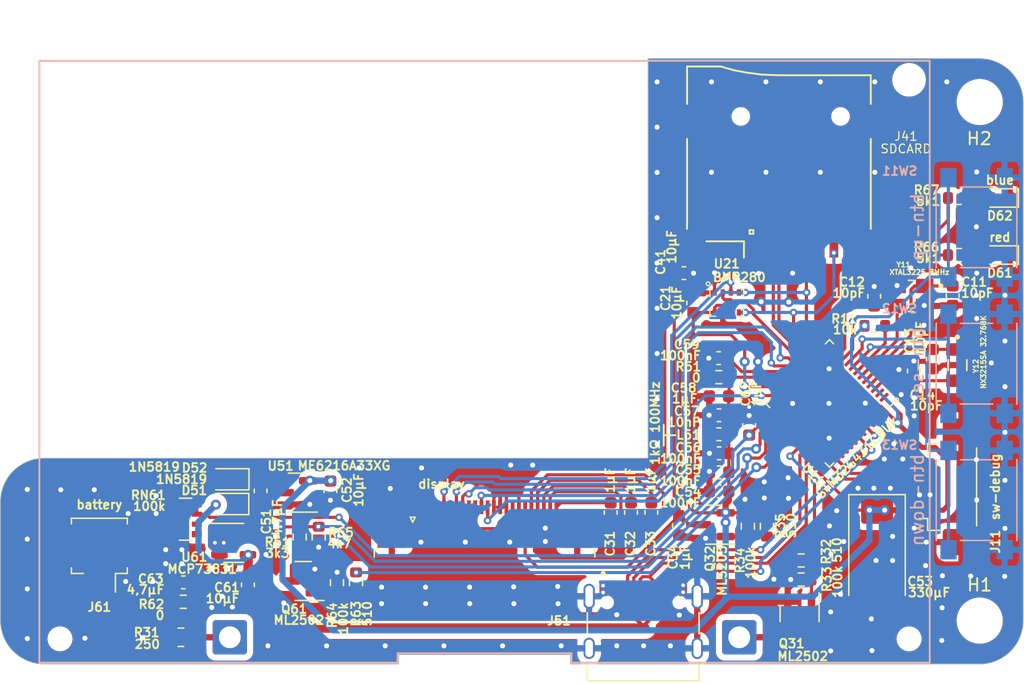
<source format=kicad_pcb>
(kicad_pcb (version 20221018) (generator pcbnew)
  (layers (0 "F.Cu" signal) (31 "B.Cu" signal) (34 "B.Paste" user) (35 "F.Paste" user) (36 "B.SilkS" user "B.Silkscreen") (37 "F.SilkS" user "F.Silkscreen") (38 "B.Mask" user) (39 "F.Mask" user) (44 "Edge.Cuts" user))
  (net 0 "")
  (net 1 "GND")
  (net 2 "Net-(U11-PF0)")
  (net 3 "Net-(U11-PF1)")
  (net 4 "Net-(U11-PC14)")
  (net 5 "Net-(U11-PC15)")
  (net 6 "Net-(J31-Pin_20)")
  (net 7 "Net-(J31-Pin_24)")
  (net 8 "Net-(J31-Pin_22)")
  (net 9 "Net-(J31-Pin_23)")
  (net 10 "Net-(J31-Pin_21)")
  (net 11 "hwpwr")
  (net 12 "Net-(D51-K)")
  (net 13 "+3V3")
  (net 14 "Net-(Q32-G)")
  (net 15 "+3.3VA")
  (net 16 "V-ref")
  (net 17 "usb-5v")
  (net 18 "batt-info")
  (net 19 "Net-(U61-VBAT)")
  (net 20 "+BATT")
  (net 21 "/spi-mosi")
  (net 22 "/spi-clk")
  (net 23 "/d-rst")
  (net 24 "/d-rs-dc")
  (net 25 "/d-cs")
  (net 26 "Net-(J32-Pin_1)")
  (net 27 "Net-(J32-Pin_2)")
  (net 29 "/spi-miso")
  (net 32 "sdcard-cs")
  (net 33 "/usb-d+")
  (net 34 "/usb-d-")
  (net 35 "/usb-cc1")
  (net 38 "/usb-cc2")
  (net 39 "Net-(Q31-G)")
  (net 40 "Net-(Q61-G)")
  (net 41 "Net-(Q61-D)")
  (net 43 "Net-(U11-PG10)")
  (net 44 "d-led")
  (net 45 "chg-cur")
  (net 46 "chg-hi")
  (net 47 "hwen")
  (net 48 "Net-(RN61-R2.1)")
  (net 49 "Net-(RN61-R3.2)")
  (net 50 "/btn-up")
  (net 51 "/btn-sel")
  (net 52 "/btn-dn")
  (net 53 "bmp280-cs")
  (net 54 "chg-ind")
  (net 56 "/i2c-sda")
  (net 57 "/i2c-scl")
  (net 58 "/swdio")
  (net 59 "/swclk")
  (net 64 "Net-(D61-A)")
  (net 65 "Net-(D62-A)")
  (net 66 "/led-r")
  (net 67 "/led-b")
  (footprint "Resistor_SMD:R_0603_1608Metric" (layer "F.Cu") (at 104.902 70.8129 180)
    (fp_text reference "R33")
    (fp_text value "100k")
  )
  (footprint "Capacitor_SMD:C_0603_1608Metric" (layer "F.Cu") (at 96.266 48.6664 90)
    (fp_text reference "C21")
    (fp_text value "10μF")
  )
  (footprint "Package_DFN_QFN:QFN-48-1EP_7x7mm_P0.5mm_EP5.6x5.6mm" (layer "F.Cu") (at 107.166136 56.711777 -135)
    (fp_text reference "U11")
    (fp_text value "STM32G431CBUx")
  )
  (footprint "Package_TO_SOT_SMD:SOT-23-5" (layer "F.Cu") (at 59.4923 67.879)
    (fp_text reference "U61")
    (fp_text value "MCP73831")
  )
  (footprint "Resistor_SMD:R_0603_1608Metric" (layer "F.Cu") (at 64.77 67.4116 -90)
    (fp_text reference "R61")
    (fp_text value "3k3")
  )
  (footprint "Inductor_SMD:L_0603_1608Metric" (layer "F.Cu") (at 98.3233 59.182 180)
    (fp_text reference "L51")
    (fp_text value "1kΩ 100MHz")
  )
  (footprint "Capacitor_SMD:C_0603_1608Metric" (layer "F.Cu") (at 113.919 54.1144 -90)
    (fp_text reference "C13")
    (fp_text value "10pF")
  )
  (footprint "Package_TO_SOT_SMD:SOT-23" (layer "F.Cu") (at 65.0517 70.932 180)
    (fp_text reference "Q61")
    (fp_text value "ML2502")
  )
  (footprint "Capacitor_SMD:C_0603_1608Metric" (layer "F.Cu") (at 61.6458 63.7162 -90)
    (fp_text reference "C51")
    (fp_text value "4.7μF")
  )
  (footprint "Diode_SMD:D_SOD-323" (layer "F.Cu") (at 59.1058 62.7888 180)
    (fp_text reference "D52")
    (fp_text value "1N5819")
  )
  (footprint "Capacitor_SMD:C_0603_1608Metric" (layer "F.Cu") (at 98.3358 62.23 180)
    (fp_text reference "C55")
    (fp_text value "100nF")
  )
  (footprint "TSX-3225_16.0000MF18X-AC3:XTAL_TSX-3225_16.0000MF18X-AC3" (layer "F.Cu") (at 113.6814 48.1034 180)
    (fp_text reference "Y11")
    (fp_text value "XTAL3225 8MHz")
  )
  (footprint "Resistor_SMD:R_0603_1608Metric" (layer "F.Cu") (at 66.294 67.4116 -90)
    (fp_text reference "R65")
    (fp_text value "4k7")
  )
  (footprint "Capacitor_SMD:C_0603_1608Metric" (layer "F.Cu") (at 67.2338 63.7032 90)
    (fp_text reference "C52")
    (fp_text value "10μF")
  )
  (footprint "Resistor_SMD:R_0603_1608Metric" (layer "F.Cu") (at 100.6348 66.548 -90)
    (fp_text reference "R34")
    (fp_text value "100k")
  )
  (footprint "Capacitor_SMD:C_0603_1608Metric" (layer "F.Cu") (at 98.298 53.086 180)
    (fp_text reference "C59")
    (fp_text value "100nF")
  )
  (footprint "Capacitor_SMD:C_0603_1608Metric" (layer "F.Cu") (at 89.662 65.4434 90)
    (fp_text reference "C31")
    (fp_text value "1μF")
  )
  (footprint "Resistor_SMD:R_0603_1608Metric" (layer "F.Cu") (at 98.3112 54.61 180)
    (fp_text reference "R51")
    (fp_text value "0")
  )
  (footprint "Connector_FFC-FPC:TE_2-1734839-4_1x24-1MP_P0.5mm_Horizontal" (layer "F.Cu") (at 79.5652 66.374)
    (fp_text reference "J31" hide)
    (fp_text value "display")
  )
  (footprint "LED_SMD:LED_0603_1608Metric" (layer "F.Cu") (at 120.8024 44.831 180)
    (fp_text reference "D61")
    (fp_text value "red")
  )
  (footprint "Package_TO_SOT_SMD:SOT-23" (layer "F.Cu") (at 97.917 66.4233 180)
    (fp_text reference "Q32")
    (fp_text value "ML5203")
  )
  (footprint "Capacitor_SMD:C_0603_1608Metric" (layer "F.Cu") (at 92.9132 65.4434 90)
    (fp_text reference "C33")
    (fp_text value "1μF")
  )
  (footprint "Connector_Molex:Molex_PicoBlade_53261-0271_1x02-1MP_P1.25mm_Horizontal" (layer "F.Cu") (at 48.7426 68.6184 180)
    (fp_text reference "J61")
    (fp_text value "battery")
  )
  (footprint "Resistor_SMD:R_0603_1608Metric" (layer "F.Cu") (at 110.7948 50.4952)
    (fp_text reference "R11")
    (fp_text value "10k")
  )
  (footprint "Capacitor_SMD:C_0603_1608Metric" (layer "F.Cu") (at 95.123 66.4718 -90)
    (fp_text reference "C34")
    (fp_text value "1μF")
  )
  (footprint "Resistor_SMD:R_Array_Convex_4x0603" (layer "F.Cu") (at 55.6404 65.983)
    (fp_text reference "RN61")
    (fp_text value "100k")
  )
  (footprint "Resistor_SMD:R_0603_1608Metric" (layer "F.Cu") (at 67.7574 71.0665 90)
    (fp_text reference "R64")
    (fp_text value "100k")
  )
  (footprint "MountingHole:MountingHole_3.2mm_M3" (layer "F.Cu") (at 119.1895 74.1038)
    (fp_text reference "H1")
    (fp_text value "MountingHole" hide)
  )
  (footprint "Package_TO_SOT_SMD:SOT-23" (layer "F.Cu") (at 104.775 73.533 -90)
    (fp_text reference "Q31")
    (fp_text value "ML2502")
  )
  (footprint "Package_LGA:Bosch_LGA-8_2x2.5mm_P0.65mm_ClockwisePinNumbering" (layer "F.Cu") (at 98.9486 48.6284)
    (fp_text reference "U21")
    (fp_text value "BMP280")
  )
  (footprint "NX3215SA-32.768K-STD-MUA-14:XTAL_NX3215SA-32.768K-STD-MUA-14" (layer "F.Cu") (at 117.408 53.6448 -90)
    (fp_text reference "Y12")
    (fp_text value "NX3215SA 32.768K")
  )
  (footprint "Capacitor_SMD:C_0603_1608Metric" (layer "F.Cu") (at 98.3234 57.658 180)
    (fp_text reference "C57")
    (fp_text value "10nF")
  )
  (footprint "Capacitor_SMD:C_0603_1608Metric" (layer "F.Cu") (at 98.3234 56.134 180)
    (fp_text reference "C58")
    (fp_text value "1μF")
  )
  (footprint "Capacitor_SMD:C_0603_1608Metric" (layer "F.Cu") (at 55.4614 71.0438 180)
    (fp_text reference "C63")
    (fp_text value "4,7μF")
  )
  (footprint "Resistor_SMD:R_0603_1608Metric" (layer "F.Cu") (at 69.2814 71.0665 90)
    (fp_text reference "R63")
    (fp_text value "510")
  )
  (footprint "Resistor_SMD:R_0805_2012Metric" (layer "F.Cu") (at 55.2704 75.438 180)
    (fp_text reference "R31")
    (fp_text value "250")
  )
  (footprint "Connector_Molex:Molex_PicoBlade_53398-0471_1x04-1MP_P1.25mm_Vertical" (layer "F.Cu") (at 116.229 63.393 90)
    (fp_text reference "J11")
    (fp_text value "sw-debug")
  )
  (footprint "Diode_SMD:D_SOD-323" (layer "F.Cu") (at 59.089 64.77 180)
    (fp_text reference "D51")
    (fp_text value "1N5819")
  )
  (footprint "microsd:Conn_uSDcard" (layer "F.Cu") (at 103.1216 33.7312 180)
    (fp_text reference "J41")
    (fp_text value "SDCARD")
  )
  (footprint "Capacitor_SMD:C_0603_1608Metric" (layer "F.Cu") (at 115.443 53.1622 90)
    (fp_text reference "C14")
    (fp_text value "10pF")
  )
  (footprint "Resistor_SMD:R_0603_1608Metric" (layer "F.Cu") (at 117.475 44.831 180)
    (fp_text reference "R66")
    (fp_text value "5k1")
  )
  (footprint "Resistor_SMD:R_0603_1608Metric" (layer "F.Cu") (at 102.1588 66.548 -90)
    (fp_text reference "R35")
    (fp_text value "510")
  )
  (footprint "Capacitor_SMD:C_0603_1608Metric" (layer "F.Cu") (at 60.6298 71.2346 -90)
    (fp_text reference "C61")
    (fp_text value "10μF")
  )
  (footprint "Resistor_SMD:R_0603_1608Metric" (layer "F.Cu") (at 104.902 69.2889 180)
    (fp_text reference "R32")
    (fp_text value "510")
  )
  (footprint "my:display-256x192" (layer "F.Cu") (at 79.5655 53.37175)
    (fp_text reference "J32" hide)
    (fp_text value "~" hide)
  )
  (footprint "Capacitor_SMD:C_0603_1608Metric" (layer "F.Cu") (at 95.5164 46.2788)
    (fp_text reference "C41")
    (fp_text value "10μF")
  )
  (footprint "Resistor_SMD:R_0603_1608Metric" (layer "F.Cu") (at 55.4614 72.5932 180)
    (fp_text reference "R62")
    (fp_text value "0")
  )
  (footprint "Capacitor_SMD:C_0603_1608Metric" (layer "F.Cu") (at 100.7364 58.4708 90)
    (fp_text reference "C62")
    (fp_text value "1μF")
  )
  (footprint "Capacitor_SMD:C_0603_1608Metric" (layer "F.Cu") (at 110.744 48.133 -90)
    (fp_text reference "C12")
    (fp_text value "10pF")
  )
  (footprint "TYPE-C-31-M-12:HRO_TYPE-C-31-M-12" (layer "F.Cu") (at 92.2598 76.327)
    (fp_text reference "J51")
    (fp_text value "TYPE-C-31-M-12" hide)
  )
  (footprint "Capacitor_SMD:C_0603_1608Metric" (layer "F.Cu") (at 91.2876 65.4428 90)
    (fp_text reference "C32")
    (fp_text value "1μF")
  )
  (footprint "Capacitor_SMD:C_0603_1608Metric" (layer "F.Cu") (at 117.0264 48.0822 90)
    (fp_text reference "C11")
    (fp_text value "10pF")
  )
  (footprint "Capacitor_Tantalum_SMD:CP_EIA-7343-20_Kemet-V" (layer "F.Cu") (at 110.9726 68.4276 -90)
    (fp_text reference "C53")
    (fp_text value "330μF")
  )
  (footprint "Resistor_SMD:R_0603_1608Metric" (layer "F.Cu") (at 117.475 40.259 180)
    (fp_text reference "R67")
    (fp_text value "5k1")
  )
  (footprint "LED_SMD:LED_0603_1608Metric" (layer "F.Cu") (at 120.8024 40.259 180)
    (fp_text reference "D62")
    (fp_text value "blue")
  )
  (footprint "Package_TO_SOT_SMD:SOT-23" (layer "F.Cu") (at 64.5137 63.8556 180)
    (fp_text reference "U51")
    (fp_text value "ME6216A33XG")
  )
  (footprint "Capacitor_SMD:C_0603_1608Metric" (layer "F.Cu") (at 98.3358 60.706 180)
    (fp_text reference "C56")
    (fp_text value "100nF")
  )
  (footprint "Capacitor_SMD:C_0603_1608Metric" (layer "F.Cu") (at 98.3358 63.7564 180)
    (fp_text reference "C54")
    (fp_text value "100nF")
  )
  (footprint "MountingHole:MountingHole_3.2mm_M3" (layer "F.Cu") (at 119.1895 32.5762)
    (fp_text reference "H2")
    (fp_text value "MountingHole" hide)
  )
  (footprint "Button_Switch_SMD:SW_Push_1P1T_NO_6x6mm_H9.5mm" (layer "B.Cu") (at 118.9334 42.6086 90)
    (fp_text reference "SW11")
    (fp_text value "btn-up")
  )
  (footprint "Button_Switch_SMD:SW_Push_1P1T_NO_6x6mm_H9.5mm" (layer "B.Cu") (at 118.9334 53.5306 90)
    (fp_text reference "SW12")
    (fp_text value "btn-sel")
  )
  (footprint "Button_Switch_SMD:SW_Push_1P1T_NO_6x6mm_H9.5mm" (layer "B.Cu") (at 118.9376 64.4524 90)
    (fp_text reference "SW13")
    (fp_text value "btn-down")
  )
  (gr_line (start 93.9038 58.42) (end 93.9038 60.0964) (stroke (width 0.15)) (layer "F.SilkS"))
  (gr_line (start 93.9038 59.2582) (end 94.8436 59.2582) (stroke (width 0.15)) (layer "F.SilkS"))
  (gr_line (start 72.7075 77.597) (end 44.323 77.597) (stroke (width 0.05)) (layer "Edge.Cuts"))
  (gr_line (start 92.6338 29.083) (end 92.6338 61.087) (stroke (width 0.05)) (layer "Edge.Cuts"))
  (gr_line (start 122.682 32.5882) (end 122.682 74.0918) (stroke (width 0.05)) (layer "Edge.Cuts"))
  (gr_line (start 72.7075 77.597) (end 72.7075 76.835) (stroke (width 0.05)) (layer "Edge.Cuts"))
  (gr_line (start 86.4235 77.597) (end 86.4235 76.835) (stroke (width 0.05)) (layer "Edge.Cuts"))
  (gr_line (start 92.6338 29.083) (end 119.1768 29.083) (stroke (width 0.05)) (layer "Edge.Cuts"))
  (gr_line (start 86.4235 77.597) (end 119.1768 77.597) (stroke (width 0.05)) (layer "Edge.Cuts"))
  (gr_arc (start 40.8178 64.5922) (mid 41.844449 62.113649) (end 44.323 61.087) (stroke (width 0.05)) (layer "Edge.Cuts"))
  (gr_line (start 72.7075 76.835) (end 86.4235 76.835) (stroke (width 0.05)) (layer "Edge.Cuts"))
  (gr_line (start 40.8178 74.0918) (end 40.8178 64.5922) (stroke (width 0.05)) (layer "Edge.Cuts"))
  (gr_arc (start 44.323 77.597) (mid 41.844449 76.570351) (end 40.8178 74.0918) (stroke (width 0.05)) (layer "Edge.Cuts"))
  (gr_arc (start 122.682 74.0918) (mid 121.655351 76.570351) (end 119.1768 77.597) (stroke (width 0.05)) (layer "Edge.Cuts"))
  (gr_arc (start 119.1768 29.083) (mid 121.655351 30.109649) (end 122.682 32.5882) (stroke (width 0.05)) (layer "Edge.Cuts"))
  (gr_line (start 92.6338 61.087) (end 44.323 61.087) (stroke (width 0.05)) (layer "Edge.Cuts"))
  (segment (start 65.9892 69.1642) (end 65.9892 69.977) (width 0.5) (layer "F.Cu") (net 1))
  (segment (start 115.9126 53.9372) (end 116.205 53.6448) (width 0.4) (layer "F.Cu") (net 1))
  (segment (start 66.294 68.8594) (end 65.9892 69.1642) (width 0.5) (layer "F.Cu") (net 1))
  (segment (start 48.1176 69.0472) (end 48.1176 71.0184) (width 0.75) (layer "F.Cu") (net 1))
  (segment (start 61.9602 64.8056) (end 61.6458 64.4912) (width 0.5) (layer "F.Cu") (net 1))
  (segment (start 66.8934 64.8056) (end 67.2338 64.4652) (width 0.5) (layer "F.Cu") (net 1))
  (segment (start 113.7666 64.0334) (end 113.2332 63.5) (width 0.5) (layer "F.Cu") (net 1))
  (segment (start 104.0638 70.8152) (end 104.077 71.2846) (width 0.5) (layer "F.Cu") (net 1))
  (segment (start 48.1176 71.0184) (end 48.1176 72.4816) (width 0.75) (layer "F.Cu") (net 1))
  (segment (start 65.4512 64.8056) (end 65.5726 64.8056) (width 0.5) (layer "F.Cu") (net 1))
  (segment (start 65.5726 64.8056) (end 65.5828 64.7954) (width 0.5) (layer "F.Cu") (net 1))
  (segment (start 80.7212 63.8556) (end 80.8736 63.8556) (width 0.25) (layer "F.Cu") (net 1))
  (segment (start 97.2566 67.5132) (end 95.3894 67.5132) (width 0.4) (layer "F.Cu") (net 1))
  (segment (start 98.8822 50.3682) (end 100.0252 50.3682) (width 0.4) (layer "F.Cu") (net 1))
  (segment (start 81.3308 63.8556) (end 81.9912 63.8556) (width 0.25) (layer "F.Cu") (net 1))
  (segment (start 80.8152 65.024) (end 80.8152 63.914) (width 0.25) (layer "F.Cu") (net 1))
  (segment (start 65.5828 64.7954) (end 65.593 64.8056) (width 0.5) (layer "F.Cu") (net 1))
  (segment (start 80.3152 65.024) (end 80.3152 64.2616) (width 0.25) (layer "F.Cu") (net 1))
  (segment (start 48.1176 69.0472) (end 48.1076 69.0372) (width 0.75) (layer "F.Cu") (net 1))
  (segment (start 66.294 68.2366) (end 66.294 68.8594) (width 0.5) (layer "F.Cu") (net 1))
  (segment (start 95.3894 67.5132) (end 95.123 67.2468) (width 0.4) (layer "F.Cu") (net 1))
  (segment (start 80.8736 63.8556) (end 81.3308 63.8556) (width 0.25) (layer "F.Cu") (net 1))
  (segment (start 113.919 53.3394) (end 114.8452 53.3394) (width 0.4) (layer "F.Cu") (net 1))
  (segment (start 82.3152 64.1796) (end 82.3152 65.024) (width 0.25) (layer "F.Cu") (net 1))
  (segment (start 114.3762 64.0334) (end 113.7666 64.0334) (width 0.5) (layer "F.Cu") (net 1))
  (segment (start 100.0252 50.3682) (end 101.0412 51.3842) (width 0.4) (layer "F.Cu") (net 1))
  (segment (start 65.4512 64.8056) (end 61.9602 64.8056) (width 0.5) (layer "F.Cu") (net 1))
  (segment (start 97.9736 47.0974) (end 97.9678 47.0916) (width 0.25) (layer "F.Cu") (net 1))
  (segment (start 116.205 53.6448) (end 117.1956 53.6448) (width 0.4) (layer "F.Cu") (net 1))
  (segment (start 65.9892 69.977) (end 65.9892 69.982) (width 0.5) (layer "F.Cu") (net 1))
  (segment (start 97.9736 47.8284) (end 97.9736 47.0974) (width 0.25) (layer "F.Cu") (net 1))
  (segment (start 65.593 64.8056) (end 66.8934 64.8056) (width 0.5) (layer "F.Cu") (net 1))
  (segment (start 104.077 71.2846) (end 103.825 71.5366) (width 0.5) (layer "F.Cu") (net 1))
  (segment (start 101.0412 51.3842) (end 101.4476 51.7906) (width 0.4) (layer "F.Cu") (net 1))
  (segment (start 81.3152 65.024) (end 81.3152 63.8712) (width 0.25) (layer "F.Cu") (net 1))
  (segment (start 81.9912 63.8556) (end 82.3152 64.1796) (width 0.25) (layer "F.Cu") (net 1))
  (segment (start 115.2144 64.0334) (end 114.3762 64.0334) (width 0.5) (layer "F.Cu") (net 1))
  (segment (start 80.3152 64.2616) (end 80.7212 63.8556) (width 0.25) (layer "F.Cu") (net 1))
  (segment (start 110.7186 63.5) (end 109.4486 63.5) (width 0.5) (layer "F.Cu") (net 1))
  (segment (start 112.0394 63.5) (end 110.7186 63.5) (width 0.5) (layer "F.Cu") (net 1))
  (segment (start 98.6236 49.4284) (end 98.6236 50.1096) (width 0.4) (layer "F.Cu") (net 1))
  (segment (start 103.825 71.5366) (end 103.825 72.5955) (width 0.5) (layer "F.Cu") (net 1))
  (segment (start 114.8452 53.3394) (end 115.443 53.9372) (width 0.4) (layer "F.Cu") (net 1))
  (segment (start 104.077 70.8129) (end 104.0638 70.8152) (width 0.5) (layer "F.Cu") (net 1))
  (segment (start 98.6236 50.1096) (end 98.8822 50.3682) (width 0.4) (layer "F.Cu") (net 1))
  (segment (start 90.1446 73.6346) (end 86.3346 73.6346) (width 0.4) (layer "F.Cu") (net 1))
  (segment (start 86.3346 73.6346) (end 85.4456 72.7456) (width 0.4) (layer "F.Cu") (net 1))
  (segment (start 115.443 53.9372) (end 115.9126 53.9372) (width 0.4) (layer "F.Cu") (net 1))
  (segment (start 101.4476 51.7906) (end 101.4476 53.3654) (width 0.4) (layer "F.Cu") (net 1))
  (segment (start 113.2332 63.5) (end 112.0394 63.5) (width 0.5) (layer "F.Cu") (net 1))
  (via (at 58.5724 72.1614) (size 0.8) (drill 0.4) (layers "F.Cu" "B.Cu") (net 1))
  (via (at 52.197 75.4888) (size 0.8) (drill 0.4) (layers "F.Cu" "B.Cu") (net 1))
  (via (at 71.61784 76.1238) (size 0.8) (drill 0.4) (layers "F.Cu" "B.Cu") (net 1))
  (via (at 116.1542 75.692) (size 0.8) (drill 0.4) (layers "F.Cu" "B.Cu") (net 1))
  (via (at 90.1446 76.1238) (size 0.8) (drill 0.4) (layers "F.Cu" "B.Cu") (net 1))
  (via (at 100.7364 57.6834) (size 0.8) (drill 0.4) (layers "F.Cu" "B.Cu") (net 1))
  (via (at 112.903 56.007) (size 0.8) (drill 0.4) (layers "F.Cu" "B.Cu") (net 1))
  (via (at 59.3852 73.025) (size 0.8) (drill 0.4) (layers "F.Cu" "B.Cu") (net 1))
  (via (at 94.4372 76.1238) (size 0.8) (drill 0.4) (layers "F.Cu" "B.Cu") (net 1))
  (via (at 63.5 72.6948) (size 0.8) (drill 0.4) (layers "F.Cu" "B.Cu") (net 1))
  (via (at 121.1834 70.5612) (size 0.8) (drill 0.4) (layers "F.Cu" "B.Cu") (net 1))
  (via (at 101.4984 46.3042) (size 0.8) (drill 0.4) (layers "F.Cu" "B.Cu") (net 1))
  (via (at 106.4387 30.9626) (size 0.8) (drill 0.4) (layers "F.Cu" "B.Cu") (net 1))
  (via (at 93.3704 34.58845) (size 0.8) (drill 0.4) (layers "F.Cu" "B.Cu") (net 1))
  (via (at 83.4136 61.6458) (size 0.8) (drill 0.4) (layers "F.Cu" "B.Cu") (net 1))
  (via (at 53.0352 70.9676) (size 0.8) (drill 0.4) (layers "F.Cu" "B.Cu") (net 1))
  (via (at 118.9482 38.1762) (size 0.8) (drill 0.4) (layers "F.Cu" "B.Cu") (net 1))
  (via (at 97.9678 46.2534) (size 0.8) (drill 0.4) (layers "F.Cu" "B.Cu") (net 1))
  (via (at 81.915 72.7456) (size 0.8) (drill 0.4) (layers "F.Cu" "B.Cu") (net 1))
  (via (at 95.4532 71.8312) (size 0.5) (drill 0.3) (layers "F.Cu" "B.Cu") (net 1))
  (via (at 84.4296 67.7672) (size 0.8) (drill 0.4) (layers "F.Cu" "B.Cu") (net 1))
  (via (at 118.9482 49.911) (size 0.8) (drill 0.4) (layers "F.Cu" "B.Cu") (net 1))
  (via (at 97.7265 30.9626) (size 0.8) (drill 0.4) (layers "F.Cu" "B.Cu") (net 1))
  (via (at 66.92392 76.1238) (size 0.8) (drill 0.4) (layers "F.Cu" "B.Cu") (net 1))
  (via (at 107.1245 56.711777) (size 0.8) (drill 0.4) (layers "F.Cu" "B.Cu") (net 1))
  (via (at 110.8964 69.2912) (size 0.8) (drill 0.4) (layers "F.Cu" "B.Cu") (net 1))
  (via (at 42.9768 63.6016) (size 0.8) (drill 0.4) (layers "F.Cu" "B.Cu") (net 1))
  (via (at 65.5828 64.7954) (size 0.8) (drill 0.4) (layers "F.Cu" "B.Cu") (net 1))
  (via (at 74.8538 72.7456) (size 0.8) (drill 0.4) (layers "F.Cu" "B.Cu") (net 1))
  (via (at 113.919 53.3146) (size 0.8) (drill 0.4) (layers "F.Cu" "B.Cu") (net 1))
  (via (at 121.2088 62.873466) (size 0.8) (drill 0.4) (layers "F.Cu" "B.Cu") (net 1))
  (via (at 42.9768 67.580933) (size 0.8) (drill 0.4) (layers "F.Cu" "B.Cu") (net 1))
  (via (at 121.2088 55.372) (size 0.8) (drill 0.4) (layers "F.Cu" "B.Cu") (net 1))
  (via (at 118.9482 46.2788) (size 0.8) (drill 0.4) (layers "F.Cu" "B.Cu") (net 1))
  (via (at 47.5869 75.5142) (size 0.8) (drill 0.4) (layers "F.Cu" "B.Cu") (net 1))
  (via (at 108.0516 71.9836) (size 0.8) (drill 0.4) (layers "F.Cu" "B.Cu") (net 1))
  (via (at 66.294 68.2244) (size 0.8) (drill 0.4) (layers "F.Cu" "B.Cu") (net 1))
  (via (at 113.9444 57.7088) (size 0.8) (drill 0.4) (layers "F.Cu" "B.Cu") (net 1))
  (via (at 93.3704 56.34355) (size 0.8) (drill 0.4) (layers "F.Cu" "B.Cu") (net 1))
  (via (at 97.5614 62.1538) (size 0.8) (drill 0.4) (layers "F.Cu" "B.Cu") (net 1))
  (via (at 89.0524 71.8566) (size 0.5) (drill 0.3) (layers "F.Cu" "B.Cu") (net 1))
  (via (at 93.3704 30.9626) (size 0.8) (drill 0.4) (layers "F.Cu" "B.Cu") (net 1))
  (via (at 74.4728 67.818) (size 0.8) (drill 0.4) (layers "F.Cu" "B.Cu") (net 1))
  (via (at 110.7948 30.9626) (size 0.8) (drill 0.4) (layers "F.Cu" "B.Cu") (net 1))
  (via (at 54.0512 69.5452) (size 0.8) (drill 0.4) (layers "F.Cu" "B.Cu") (net 1))
  (via (at 110.5154 73.9648) (size 0.8) (drill 0.4) (layers "F.Cu" "B.Cu") (net 1))
  (via (at 114.3762 64.0334) (size 0.8) (drill 0.4) (layers "F.Cu" "B.Cu") (net 1))
  (via (at 71.3232 71.4248) (size 0.8) (drill 0.4) (layers "F.Cu" "B.Cu") (net 1))
  (via (at 116.5606 30.9626) (size 0.8) (drill 0.4) (layers "F.Cu" "B.Cu") (net 1))
  (via (at 110.7948 38.2016) (size 0.8) (drill 0.4) (layers "F.Cu" "B.Cu") (net 1))
  (via (at 118.9482 64.4398) (size 0.8) (drill 0.4) (layers "F.Cu" "B.Cu") (net 1))
  (via (at 100.7364 56.9976) (size 0.6) (drill 0.3) (layers "F.Cu" "B.Cu") (net 1))
  (via (at 97.5614 60.706) (size 0.8) (drill 0.4) (layers "F.Cu" "B.Cu") (net 1))
  (via (at 54.0512 68.4276) (size 0.8) (drill 0.4) (layers "F.Cu" "B.Cu") (net 1))
  (via (at 110.0328 56.6928) (size 0.8) (drill 0.4) (layers "F.Cu" "B.Cu") (net 1))
  (via (at 107.1626 66.5226) (size 0.8) (drill 0.4) (layers "F.Cu" "B.Cu") (net 1))
  (via (at 112.2172 67.3608) (size 0.8) (drill 0.4) (layers "F.Cu" "B.Cu") (net 1))
  (via (at 121.2088 59.0296) (size 0.8) (drill 0.4) (layers "F.Cu" "B.Cu") (net 1))
  (via (at 85.6996 76.1238) (size 0.8) (drill 0.4) (layers "F.Cu" "B.Cu") (net 1))
  (via (at 102.0826 30.9626) (size 0.8) (drill 0.4) (layers "F.Cu" "B.Cu") (net 1))
  (via (at 92.2909 76.1238) (size 0.8) (drill 0.4) (layers "F.Cu" "B.Cu") (net 1))
  (via (at 42.9768 71.560266) (size 0.8) (drill 0.4) (layers "F.Cu" "B.Cu") (net 1))
  (via (at 74.84745 71.4248) (size 0.8) (drill 0.4) (layers "F.Cu" "B.Cu") (net 1))
  (via (at 78.0288 67.818) (size 0.8) (drill 0.4) (layers "F.Cu" "B.Cu") (net 1))
  (via (at 103.8606 62.6618) (size 0.8) (drill 0.4) (layers "F.Cu" "B.Cu") (net 1))
  (via (at 90.1446 73.6346) (size 0.8) (drill 0.4) (layers "F.Cu" "B.Cu") (net 1))
  (via (at 110.7186 63.5) (size 0.8) (drill 0.4) (layers "F.Cu" "B.Cu") (net 1))
  (via (at 48.3362 63.627) (size 0.8) (drill 0.4) (layers "F.Cu" "B.Cu") (net 1))
  (via (at 81.00568 76.1238) (size 0.8) (drill 0.4) (layers "F.Cu" "B.Cu") (net 1))
  (via (at 81.661 61.6458) (size 0.8) (drill 0.4) (layers "F.Cu" "B.Cu") (net 1))
  (via (at 104.2162 56.7182) (size 0.8) (drill 0.4) (layers "F.Cu" "B.Cu") (net 1))
  (via (at 102.7176 70.7898) (size 0.8) (drill 0.4) (layers "F.Cu" "B.Cu") (net 1))
  (via (at 78.3844 72.7456) (size 0.8) (drill 0.4) (layers "F.Cu" "B.Cu") (net 1))
  (via (at 69.5198 61.8744) (size 0.8) (drill 0.4) (layers "F.Cu" "B.Cu") (net 1))
  (via (at 107.2642 73.406) (size 0.8) (drill 0.4) (layers "F.Cu" "B.Cu") (net 1))
  (via (at 107.2896 68.7832) (size 0.8) (drill 0.4) (layers "F.Cu" "B.Cu") (net 1))
  (via (at 93.3704 59.9694) (size 0.8) (drill 0.4) (layers "F.Cu" "B.Cu") (net 1))
  (via (at 109.4486 63.5) (size 0.8) (drill 0.4) (layers "F.Cu" "B.Cu") (net 1))
  (via (at 107.1372 53.930477) (size 0.8) (drill 0.4) (layers "F.Cu" "B.Cu") (net 1))
  (via (at 97.2566 67.5132) (size 0.8) (drill 0.4) (layers "F.Cu" "B.Cu") (net 1))
  (via (at 106.4387 38.2016) (size 0.8) (drill 0.4) (layers "F.Cu" "B.Cu") (net 1))
  (via (at 93.3704 38.2143) (size 0.8) (drill 0.4) (layers "F.Cu" "B.Cu") (net 1))
  (via (at 67.7672 70.231) (size 0.8) (drill 0.4) (layers "F.Cu" "B.Cu") (net 1))
  (via (at 113.919 56.261) (size 0.8) (drill 0.4) (layers "F.Cu" "B.Cu") (net 1))
  (via (at 116.205 70.5104) (size 0.8) (drill 0.4) (layers "F.Cu" "B.Cu") (net 1))
  (via (at 57.9882 67.8688) (size 0.6) (drill 0.3) (layers "F.Cu" "B.Cu") (net 1))
  (via (at 62.0776 68.8086) (size 0.8) (drill 0.4) (layers "F.Cu" "B.Cu") (net 1))
  (via (at 104.2162 46.2788) (size 0.8) (drill 0.4) (layers "F.Cu" "B.Cu") (net 1))
  (via (at 42.9768 75.5396) (size 0.8) (drill 0.4) (layers "F.Cu" "B.Cu") (net 1))
  (via (at 112.3188 59.944) (size 0.8) (drill 0.4) (layers "F.Cu" "B.Cu") (net 1))
  (via (at 118.4656 70.5358) (size 0.8) (drill 0.4) (layers "F.Cu" "B.Cu") (net 1))
  (via (at 74.5236 61.8744) (size 0.8) (drill 0.4) (layers "F.Cu" "B.Cu") (net 1))
  (via (at 118.9228 48.0568) (size 0.8) (drill 0.4) (layers "F.Cu" "B.Cu") (net 1))
  (via (at 81.5848 67.818) (size 0.8) (drill 0.4) (layers "F.Cu" "B.Cu") (net 1))
  (via (at 114.9096 67.818) (size 0.8) (drill 0.4) (layers "F.Cu" "B.Cu") (net 1))
  (via (at 100.4062 64.389) (size 0.8) (drill 0.4) (layers "F.Cu" "B.Cu") (net 1))
  (via (at 55.3466 68.4276) (size 0.8) (drill 0.4) (layers "F.Cu" "B.Cu") (net 1))
  (via (at 110.744 47.3456) (size 0.8) (drill 0.4) (layers "F.Cu" "B.Cu") (net 1))
  (via (at 62.23 76.1238) (size 0.8) (drill 0.4) (layers "F.Cu" "B.Cu") (net 1))
  (via (at 107.1372 59.493077) (size 0.8) (drill 0.4) (layers "F.Cu" "B.Cu") (net 1))
  (via (at 55.3466 69.5452) (size 0.8) (drill 0.4) (layers "F.Cu" "B.Cu") (net 1))
  (via (at 45.6565 63.627) (size 0.8) (drill 0.4) (layers "F.Cu" "B.Cu") (net 1))
  (via (at 96.2914 46.2788) (size 0.8) (drill 0.4) (layers "F.Cu" "B.Cu") (net 1))
  (via (at 107.7468 65.3034) (size 0.8) (drill 0.4) (layers "F.Cu" "B.Cu") (net 1))
  (via (at 101.9556 64.2874) (size 0.8) (drill 0.4) (layers "F.Cu" "B.Cu") (net 1))
  (via (at 51.054 65.532) (size 0.8) (drill 0.4) (layers "F.Cu" "B.Cu") (net 1))
  (via (at 114.7572 48.8696) (size 0.8) (drill 0.4) (layers "F.Cu" "B.Cu") (net 1))
  (via (at 112.7252 54.0004) (size 0.8) (drill 0.4) (layers "F.Cu" "B.Cu") (net 1))
  (via (at 93.3704 41.84015) (size 0.8) (drill 0.4) (layers "F.Cu" "B.Cu") (net 1))
  (via (at 65.9892 69.977) (size 0.8) (drill 0.4) (layers "F.Cu" "B.Cu") (net 1))
  (via (at 113.9444 66.7004) (size 0.8) (drill 0.4) (layers "F.Cu" "B.Cu") (net 1))
  (via (at 121.2088 51.7144) (size 0.8) (drill 0.4) (layers "F.Cu" "B.Cu") (net 1))
  (via (at 93.3704 52.7177) (size 0.8) (drill 0.4) (layers "F.Cu" "B.Cu") (net 1))
  (via (at 108.3056 67.7672) (size 0.8) (drill 0.4) (layers "F.Cu" "B.Cu") (net 1))
  (via (at 118.9228 42.5704) (size 0.8) (drill 0.4) (layers "F.Cu" "B.Cu") (net 1))
  (via (at 114.7318 50.4444) (size 0.8) (drill 0.4) (layers "F.Cu" "B.Cu") (net 1))
  (via (at 107.2642 76.5302) (size 0.8) (drill 0.4) (layers "F.Cu" "B.Cu") (net 1))
  (via (at 81.89595 71.3994) (size 0.8) (drill 0.4) (layers "F.Cu" "B.Cu") (net 1))
  (via (at 76.31176 76.1238) (size 0.8) (drill 0.4) (layers "F.Cu" "B.Cu") (net 1))
  (via (at 113.665 45.847) (size 0.8) (drill 0.4) (layers "F.Cu" "B.Cu") (net 1))
  (via (at 93.3704 45.466) (size 0.8) (drill 0.4) (layers "F.Cu" "B.Cu") (net 1))
  (via (at 97.536 57.658) (size 0.8) (drill 0.4) (layers "F.Cu" "B.Cu") (net 1))
  (via (at 112.5728 47.2694) (size 0.8) (drill 0.4) (layers "F.Cu" "B.Cu") (net 1))
  (via (at 115.2144 64.0334) (size 0.8) (drill 0.4) (layers "F.Cu" "B.Cu") (net 1))
  (via (at 93.3704 49.09185) (size 0.8) (drill 0.4) (layers "F.Cu" "B.Cu") (net 1))
  (via (at 113.03 61.1632) (size 0.8) (drill 0.4) (layers "F.Cu" "B.Cu") (net 1))
  (via (at 50.8508 70.9676) (size 0.8) (drill 0.4) (layers "F.Cu" "B.Cu") (net 1))
  (via (at 101.7016 48.5648) (size 0.8) (drill 0.4) (layers "F.Cu" "B.Cu") (net 1))
  (via (at 104.0638 70.8152) (size 0.8) (drill 0.4) (layers "F.Cu" "B.Cu") (net 1))
  (via (at 112.2172 69.2912) (size 0.8) (drill 0.4) (layers "F.Cu" "B.Cu") (net 1))
  (via (at 72.0217 63.5254) (size 0.8) (drill 0.4) (layers "F.Cu" "B.Cu") (net 1))
  (via (at 89.0524 71.2978) (size 0.5) (drill 0.3) (layers "F.Cu" "B.Cu") (net 1))
  (via (at 53.2892 65.532) (size 0.8) (drill 0.4) (layers "F.Cu" "B.Cu") (net 1))
  (via (at 114.8588 69.6976) (size 0.8) (drill 0.4) (layers "F.Cu" "B.Cu") (net 1))
  (via (at 118.9228 61.214) (size 0.8) (drill 0.4) (layers "F.Cu" "B.Cu") (net 1))
  (via (at 96.266 63.373) (size 0.8) (drill 0.4) (layers "F.Cu" "B.Cu") (net 1))
  (via (at 57.7342 73.0504) (size 0.8) (drill 0.4) (layers "F.Cu" "B.Cu") (net 1))
  (via (at 97.5106 53.086) (size 0.8) (drill 0.4) (layers "F.Cu" "B.Cu") (net 1))
  (via (at 84.4296 66.7004) (size 0.8) (drill 0.4) (layers "F.Cu" "B.Cu") (net 1))
  (via (at 95.4532 71.2724) (size 0.5) (drill 0.3) (layers "F.Cu" "B.Cu") (net 1))
  (via (at 85.4202 71.374) (size 0.8) (drill 0.4) (layers "F.Cu" "B.Cu") (net 1))
  (via (at 85.4456 72.7456) (size 0.8) (drill 0.4) (layers "F.Cu" "B.Cu") (net 1))
  (via (at 97.7265 38.2016) (size 0.8) (drill 0.4) (layers "F.Cu" "B.Cu") (net 1))
  (via (at 121.2088 66.717332) (size 0.8) (drill 0.4) (layers "F.Cu" "B.Cu") (net 1))
  (via (at 101.4476 53.3654) (size 0.8) (drill 0.4) (layers "F.Cu" "B.Cu") (net 1))
  (via (at 103.9114 48.5902) (size 0.8) (drill 0.4) (layers "F.Cu" "B.Cu") (net 1))
  (via (at 112.0394 63.5) (size 0.8) (drill 0.4) (layers "F.Cu" "B.Cu") (net 1))
  (via (at 58.6994 67.8688) (size 0.6) (drill 0.3) (layers "F.Cu" "B.Cu") (net 1))
  (via (at 78.3717 71.4248) (size 0.8) (drill 0.4) (layers "F.Cu" "B.Cu") (net 1))
  (via (at 102.0826 38.2016) (size 0.8) (drill 0.4) (layers "F.Cu" "B.Cu") (net 1))
  (via (at 111.5568 61.1632) (size 0.8) (drill 0.4) (layers "F.Cu" "B.Cu") (net 1))
  (via (at 120.1166 53.467) (size 0.8) (drill 0.4) (layers "F.Cu" "B.Cu") (net 1))
  (via (at 71.3232 72.7456) (size 0.8) (drill 0.4) (layers "F.Cu" "B.Cu") (net 1))
  (via (at 121.2088 48.0568) (size 0.8) (drill 0.4) (layers "F.Cu" "B.Cu") (net 1))
  (via (at 95.1484 73.66) (size 0.8) (drill 0.4) (layers "F.Cu" "B.Cu") (net 1))
  (via (at 110.5662 76.5048) (size 0.8) (drill 0.4) (layers "F.Cu" "B.Cu") (net 1))
  (via (at 53.2892 64.1096) (size 0.8) (drill 0.4) (layers "F.Cu" "B.Cu") (net 1))
  (via (at 101.9556 62.992) (size 0.8) (drill 0.4) (layers "F.Cu" "B.Cu") (net 1))
  (via (at 67.2338 64.4652) (size 0.8) (drill 0.4) (layers "F.Cu" "B.Cu") (net 1))
  (via (at 116.1796 73.0758) (size 0.8) (drill 0.4) (layers "F.Cu" "B.Cu") (net 1))
  (via (at 103.886 64.3128) (size 0.8) (drill 0.4) (layers "F.Cu" "B.Cu") (net 1))
  (segment (start 103.9114 48.5902) (end 101.727 48.5902) (width 0.4) (layer "B.Cu") (net 1))
  (segment (start 99.5934 48.5648) (end 98.679 49.4792) (width 0.4) (layer "B.Cu") (net 1))
  (segment (start 101.727 48.5902) (end 101.7016 48.5648) (width 0.4) (layer "B.Cu") (net 1))
  (segment (start 101.7016 48.5648) (end 99.5934 48.5648) (width 0.4) (layer "B.Cu") (net 1))
  (segment (start 103.9114 48.5902) (end 105.8164 48.5902) (width 0.4) (layer "B.Cu") (net 1))
  (segment (start 105.8164 48.5902) (end 106.6292 47.7774) (width 0.4) (layer "B.Cu") (net 1))
  (segment (start 113.6904 47.5996) (end 113.6904 51.248174) (width 0.25) (layer "F.Cu") (net 2))
  (segment (start 117.0264 47.3072) (end 114.7852 47.3072) (width 0.25) (layer "F.Cu") (net 2))
  (segment (start 113.6904 51.248174) (end 110.127146 54.811428) (width 0.25) (layer "F.Cu") (net 2))
  (segment (start 114.7814 47.3034) (end 113.9866 47.3034) (width 0.25) (layer "F.Cu") (net 2))
  (segment (start 113.9866 47.3034) (end 113.6904 47.5996) (width 0.25) (layer "F.Cu") (net 2))
  (segment (start 114.7852 47.3072) (end 114.7814 47.3034) (width 0.25) (layer "F.Cu") (net 2))
  (segment (start 112.5814 51.650066) (end 112.5814 48.9034) (width 0.25) (layer "F.Cu") (net 3))
  (segment (start 110.744 48.908) (end 112.5768 48.908) (width 0.25) (layer "F.Cu") (net 3))
  (segment (start 112.5768 48.908) (end 112.5814 48.9034) (width 0.25) (layer "F.Cu") (net 3))
  (segment (start 109.773592 54.457874) (end 112.5814 51.650066) (width 0.25) (layer "F.Cu") (net 3))
  (segment (start 113.9244 54.8948) (end 113.919 54.8894) (width 0.25) (layer "F.Cu") (net 4))
  (segment (start 111.463386 54.8894) (end 113.919 54.8894) (width 0.25) (layer "F.Cu") (net 4))
  (segment (start 110.834252 55.518534) (end 111.463386 54.8894) (width 0.25) (layer "F.Cu") (net 4))
  (segment (start 117.408 54.8948) (end 113.9244 54.8948) (width 0.25) (layer "F.Cu") (net 4))
  (segment (start 110.480699 55.164981) (end 113.25848 52.3872) (width 0.25) (layer "F.Cu") (net 5))
  (segment (start 117.4004 52.3872) (end 117.408 52.3948) (width 0.25) (layer "F.Cu") (net 5))
  (segment (start 115.443 52.3872) (end 117.4004 52.3872) (width 0.25) (layer "F.Cu") (net 5))
  (segment (start 113.25848 52.3872) (end 115.443 52.3872) (width 0.25) (layer "F.Cu") (net 5))
  (segment (start 83.3152 65.024) (end 83.3152 63.719204) (width 0.25) (layer "F.Cu") (net 6))
  (segment (start 92.4014 62.4294) (end 93.8784 63.9064) (width 0.25) (layer "F.Cu") (net 6))
  (segment (start 89.8652 67.2084) (end 89.662 67.0052) (width 0.25) (layer "F.Cu") (net 6))
  (segment (start 93.6492 66.2184) (end 92.9132 66.2184) (width 0.25) (layer "F.Cu") (net 6))
  (segment (start 93.8784 63.9064) (end 93.8784 65.9892) (width 0.25) (layer "F.Cu") (net 6))
  (segment (start 84.605004 62.4294) (end 92.4014 62.4294) (width 0.25) (layer "F.Cu") (net 6))
  (segment (start 92.9132 66.9544) (end 92.6592 67.2084) (width 0.25) (layer "F.Cu") (net 6))
  (segment (start 83.3152 63.719204) (end 84.605004 62.4294) (width 0.25) (layer "F.Cu") (net 6))
  (segment (start 92.9132 66.2184) (end 92.9132 66.9544) (width 0.25) (layer "F.Cu") (net 6))
  (segment (start 89.662 67.0052) (end 89.662 66.2184) (width 0.25) (layer "F.Cu") (net 6))
  (segment (start 93.8784 65.9892) (end 93.6492 66.2184) (width 0.25) (layer "F.Cu") (net 6))
  (segment (start 92.6592 67.2084) (end 89.8652 67.2084) (width 0.25) (layer "F.Cu") (net 6))
  (segment (start 89.662 64.6684) (end 85.6708 64.6684) (width 0.25) (layer "F.Cu") (net 7))
  (segment (start 85.6708 64.6684) (end 85.3152 65.024) (width 0.25) (layer "F.Cu") (net 7))
  (segment (start 84.3152 65.024) (end 84.3152 64.074804) (width 0.25) (layer "F.Cu") (net 8))
  (segment (start 90.7106 63.3294) (end 91.2876 63.9064) (width 0.25) (layer "F.Cu") (net 8))
  (segment (start 84.3152 64.074804) (end 85.060604 63.3294) (width 0.25) (layer "F.Cu") (net 8))
  (segment (start 85.060604 63.3294) (end 90.7106 63.3294) (width 0.25) (layer "F.Cu") (net 8))
  (segment (start 91.2876 63.9064) (end 91.2876 64.6678) (width 0.25) (layer "F.Cu") (net 8))
  (segment (start 90.4748 64.2112) (end 90.043 63.7794) (width 0.25) (layer "F.Cu") (net 9))
  (segment (start 85.247 63.7794) (end 84.8152 64.2112) (width 0.25) (layer "F.Cu") (net 9))
  (segment (start 90.6018 66.2178) (end 90.4748 66.0908) (width 0.25) (layer "F.Cu") (net 9))
  (segment (start 90.4748 66.0908) (end 90.4748 64.2112) (width 0.25) (layer "F.Cu") (net 9))
  (segment (start 84.8152 64.2112) (end 84.8152 65.024) (width 0.25) (layer "F.Cu") (net 9))
  (segment (start 91.2876 66.2178) (end 90.6018 66.2178) (width 0.25) (layer "F.Cu") (net 9))
  (segment (start 90.043 63.7794) (end 85.247 63.7794) (width 0.25) (layer "F.Cu") (net 9))
  (segment (start 92.9132 63.9064) (end 92.9132 64.6684) (width 0.25) (layer "F.Cu") (net 10))
  (segment (start 91.8862 62.8794) (end 92.9132 63.9064) (width 0.25) (layer "F.Cu") (net 10))
  (segment (start 83.8152 65.024) (end 83.8152 63.8556) (width 0.25) (layer "F.Cu") (net 10))
  (segment (start 83.8152 63.8556) (end 84.7914 62.8794) (width 0.25) (layer "F.Cu") (net 10))
  (segment (start 84.7914 62.8794) (end 91.8862 62.8794) (width 0.25) (layer "F.Cu") (net 10))
  (segment (start 81.8134 66.7404) (end 82.8044 66.7404) (width 0.25) (layer "F.Cu") (net 11))
  (segment (start 75.3152 65.024) (end 75.3152 66.7362) (width 0.25) (layer "F.Cu") (net 11))
  (segment (start 75.311 66.7404) (end 78.3082 66.7404) (width 0.25) (layer "F.Cu") (net 11))
  (segment (start 78.3152 66.7334) (end 78.3082 66.7404) (width 0.25) (layer "F.Cu") (net 11))
  (segment (start 90.9852 69.8346) (end 83.8046 69.8346) (width 0.25) (layer "F.Cu") (net 11))
  (segment (start 73.8152 65.024) (end 73.8152 66.2404) (width 0.25) (layer "F.Cu") (net 11))
  (segment (start 94.7414 42.698) (end 95.5802 41.8592) (width 0.25) (layer "F.Cu") (net 11))
  (segment (start 78.8152 65.024) (end 78.8152 66.7394) (width 0.25) (layer "F.Cu") (net 11))
  (segment (start 78.8162 66.7404) (end 81.8134 66.7404) (width 0.25) (layer "F.Cu") (net 11))
  (segment (start 96.9795 66.4233) (end 95.8495 66.4233) (width 0.4) (layer "F.Cu") (net 11))
  (segment (start 82.8152 65.024) (end 82.8152 66.7512) (width 0.25) (layer "F.Cu") (net 11))
  (segment (start 94.7414 46.2788) (end 94.7414 42.698) (width 0.25) (layer "F.Cu") (net 11))
  (segment (start 95.123 65.6968) (end 90.9852 69.8346) (width 0.25) (layer "F.Cu") (net 11))
  (segment (start 95.123 65.6968) (end 95.123 64.8208) (width 0.25) (layer "F.Cu") (net 11))
  (segment (start 73.8152 66.2404) (end 74.3152 66.7404) (width 0.25) (layer "F.Cu") (net 11))
  (segment (start 104.2216 42.8244) (end 104.2216 44.2312) (width 0.25) (layer "F.Cu") (net 11))
  (segment (start 74.8152 66.7282) (end 74.803 66.7404) (width 0.25) (layer "F.Cu") (net 11))
  (segment (start 78.3152 65.024) (end 78.3152 66.7334) (width 0.25) (layer "F.Cu") (net 11))
  (segment (start 94.7414 64.4392) (end 95.123 64.8208) (width 0.25) (layer "F.Cu") (net 11))
  (segment (start 82.8152 66.7512) (end 82.8152 68.8452) (width 0.25) (layer "F.Cu") (net 11))
  (segment (start 95.8495 66.4233) (end 95.123 65.6968) (width 0.4) (layer "F.Cu") (net 11))
  (segment (start 82.8152 68.8452) (end 83.8046 69.8346) (width 0.25) (layer "F.Cu") (net 11))
  (segment (start 81.8152 65.024) (end 81.8152 66.7386) (width 0.25) (layer "F.Cu") (net 11))
  (segment (start 95.5802 41.8592) (end 103.2564 41.8592) (width 0.25) (layer "F.Cu") (net 11))
  (segment (start 78.3082 66.7404) (end 78.8162 66.7404) (width 0.25) (layer "F.Cu") (net 11))
  (segment (start 82.8044 66.7404) (end 82.8152 66.7512) (width 0.25) (layer "F.Cu") (net 11))
  (segment (start 74.803 66.7404) (end 75.311 66.7404) (width 0.25) (layer "F.Cu") (net 11))
  (segment (start 94.7414 46.2788) (end 94.7414 64.4392) (width 0.25) (layer "F.Cu") (net 11))
  (segment (start 103.2564 41.8592) (end 104.2216 42.8244) (width 0.25) (layer "F.Cu") (net 11))
  (segment (start 75.3152 66.7362) (end 75.311 66.7404) (width 0.25) (layer "F.Cu") (net 11))
  (segment (start 74.3152 66.7404) (end 74.3152 65.024) (width 0.25) (layer "F.Cu") (net 11))
  (segment (start 81.8152 66.7386) (end 81.8134 66.7404) (width 0.25) (layer "F.Cu") (net 11))
  (segment (start 74.3152 66.7404) (end 74.803 66.7404) (width 0.25) (layer "F.Cu") (net 11))
  (segment (start 74.8152 65.024) (end 74.8152 66.7282) (width 0.25) (layer "F.Cu") (net 11))
  (segment (start 78.8152 66.7394) (end 78.8162 66.7404) (width 0.25) (layer "F.Cu") (net 11))
  (segment (start 61.6458 62.9412) (end 60.8584 62.9412) (width 0.5) (layer "F.Cu") (net 12))
  (segment (start 61.6458 62.9412) (end 63.3476 62.9412) (width 0.5) (layer "F.Cu") (net 12))
  (segment (start 60.1558 64.7532) (end 60.139 64.77) (width 0.5) (layer "F.Cu") (net 12))
  (segment (start 63.5762 63.8556) (end 63.5762 63.1698) (width 0.5) (layer "F.Cu") (net 12))
  (segment (start 60.1558 62.7888) (end 60.706 62.7888) (width 0.5) (layer "F.Cu") (net 12))
  (segment (start 60.1558 62.7888) (end 60.1558 64.7532) (width 0.5) (layer "F.Cu") (net 12))
  (segment (start 63.5762 63.1698) (end 63.3476 62.9412) (width 0.5) (layer "F.Cu") (net 12))
  (segment (start 60.8584 62.9412) (end 60.706 62.7888) (width 0.5) (layer "F.Cu") (net 12))
  (segment (start 99.1108 62.23) (end 99.1108 60.706) (width 0.25) (layer "F.Cu") (net 13))
  (segment (start 112.5982 58.2676) (end 112.903 57.9628) (width 0.25) (layer "F.Cu") (net 13))
  (segment (start 106.326447 60.733447) (end 105.983141 61.076753) (width 0.25) (layer "F.Cu") (net 13))
  (segment (start 112.903 57.9628) (end 112.903 57.6072) (width 0.25) (layer "F.Cu") (net 13))
  (segment (start 96.266 51.1992) (end 96.2588 51.2064) (width 0.25) (layer "F.Cu") (net 13))
  (segment (start 112.5982 58.254754) (end 112.5982 58.2676) (width 0.25) (layer "F.Cu") (net 13))
  (segment (start 112.5982 58.2676) (end 112.6236 58.2676) (width 0.25) (layer "F.Cu") (net 13))
  (segment (start 102.644378 55.372) (end 100.3808 55.372) (width 0.25) (layer "F.Cu") (net 13))
  (segment (start 100.013 65.723) (end 99.7633 65.4733) (width 0.25) (layer "F.Cu") (net 13))
  (segment (start 98.1676 48.8534) (end 97.9736 49.0474) (width 0.25) (layer "F.Cu") (net 13))
  (segment (start 111.541359 57.197913) (end 112.5982 58.254754) (width 0.25) (layer "F.Cu") (net 13))
  (segment (start 99.0854 48.8534) (end 98.1676 48.8534) (width 0.25) (layer "F.Cu") (net 13))
  (segment (start 96.411896 65.4733) (end 98.8545 65.4733) (width 0.25) (layer "F.Cu") (net 13))
  (segment (start 112.903 57.6072) (end 111.541359 56.245559) (width 0.25) (layer "F.Cu") (net 13))
  (segment (start 96.279 49.4284) (end 96.266 49.4414) (width 0.25) (layer "F.Cu") (net 13))
  (segment (start 115.6335 60.2361) (end 116.6368 61.2394) (width 0.4) (layer "F.Cu") (net 13))
  (segment (start 110.363 65.2526) (end 110.9726 65.3151) (width 0.5) (layer "F.Cu") (net 13))
  (segment (start 95.1914 64.252804) (end 96.411896 65.4733) (width 0.25) (layer "F.Cu") (net 13))
  (segment (start 65.5676 62.9056) (end 65.5828 62.8904) (width 0.5) (layer "F.Cu") (net 13))
  (segment (start 105.983141 61.076753) (end 105.983141 61.939541) (width 0.25) (layer "F.Cu") (net 13))
  (segment (start 114.5667 60.2361) (end 115.6335 60.2361) (width 0.4) (layer "F.Cu") (net 13))
  (segment (start 100.6348 65.723) (end 100.013 65.723) (width 0.25) (layer "F.Cu") (net 13))
  (segment (start 96.266 49.4414) (end 96.266 51.1992) (width 0.25) (layer "F.Cu") (net 13))
  (segment (start 99.2632 51.2064) (end 96.2588 51.2064) (width 0.25) (layer "F.Cu") (net 13))
  (segment (start 109.2962 65.2526) (end 110.363 65.2526) (width 0.25) (layer "F.Cu") (net 13))
  (segment (start 99.2736 49.4284) (end 99.2736 49.0416) (width 0.25) (layer "F.Cu") (net 13))
  (segment (start 100.3808 53.3654) (end 100.3808 52.324) (width 0.25) (layer "F.Cu") (net 13))
  (segment (start 103.144466 55.872088) (end 102.644378 55.372) (width 0.25) (layer "F.Cu") (net 13))
  (segment (start 112.6236 58.2676) (end 112.611046 58.2676) (width 0.25) (layer "F.Cu") (net 13))
  (segment (start 100.3808 52.324) (end 99.2632 51.2064) (width 0.25) (layer "F.Cu") (net 13))
  (segment (start 98.8545 65.4327) (end 98.8545 65.4733) (width 0.5) (layer "F.Cu") (net 13))
  (segment (start 99.7633 65.4733) (end 98.8545 65.4733) (width 0.25) (layer "F.Cu") (net 13))
  (segment (start 98.8545 64.7723) (end 99.1108 64.516) (width 0.5) (layer "F.Cu") (net 13))
  (segment (start 98.8568 65.4756) (end 98.8545 65.4733) (width 0.5) (layer "F.Cu") (net 13))
  (segment (start 99.1108 63.7564) (end 99.1108 64.516) (width 0.5) (layer "F.Cu") (net 13))
  (segment (start 96.2588 51.2064) (end 95.1914 52.2738) (width 0.25) (layer "F.Cu") (net 13))
  (segment (start 65.5828 62.8904) (end 65.598 62.9056) (width 0.5) (layer "F.Cu") (net 13))
  (segment (start 111.5976 65.268) (end 111.5822 65.2526) (width 0.5) (layer "F.Cu") (net 13))
  (segment (start 98.8568 66.2432) (end 98.8568 65.4756) (width 0.5) (layer "F.Cu") (net 13))
  (segment (start 99.2736 49.0416) (end 99.0854 48.8534) (width 0.25) (layer "F.Cu") (net 13))
  (segment (start 65.598 62.9056) (end 67.2112 62.9056) (width 0.5) (layer "F.Cu") (net 13))
  (segment (start 95.1914 52.2738) (end 95.1914 64.252804) (width 0.25) (layer "F.Cu") (net 13))
  (segment (start 105.983141 61.939541) (end 109.2962 65.2526) (width 0.25) (layer "F.Cu") (net 13))
  (segment (start 98.8545 65.4733) (end 98.8545 64.7723) (width 0.5) (layer "F.Cu") (net 13))
  (segment (start 99.1108 63.7564) (end 99.1108 62.23) (width 0.25) (layer "F.Cu") (net 13))
  (segment (start 97.9736 49.0474) (end 97.9736 49.4284) (width 0.25) (layer "F.Cu") (net 13))
  (segment (start 98.8568 65.4304) (end 98.8545 65.4327) (width 0.5) (layer "F.Cu") (net 13))
  (segment (start 111.541359 56.245559) (end 111.541359 56.225641) (width 0.25) (layer "F.Cu") (net 13))
  (segment (start 116.6368 64.897) (end 116.2658 65.268) (width 0.4) (layer "F.Cu") (net 13))
  (segment (start 65.4512 62.9056) (end 65.5676 62.9056) (width 0.5) (layer "F.Cu") (net 13))
  (segment (start 67.2112 62.9056) (end 67.2338 62.9282) (width 0.5) (layer "F.Cu") (net 13))
  (segment (start 112.5982 58.2676) (end 114.5667 60.2361) (width 0.4) (layer "F.Cu") (net 13))
  (segment (start 97.9736 49.4284) (end 96.279 49.4284) (width 0.25) (layer "F.Cu") (net 13))
  (segment (start 116.6368 61.2394) (end 116.6368 64.897) (width 0.4) (layer "F.Cu") (net 13))
  (segment (start 114.979 65.268) (end 111.5976 65.268) (width 0.5) (layer "F.Cu") (net 13))
  (segment (start 98.8545 65.4281) (end 98.8568 65.4304) (width 0.5) (layer "F.Cu") (net 13))
  (segment (start 116.2658 65.268) (end 114.979 65.268) (width 0.4) (layer "F.Cu") (net 13))
  (segment (start 99.1108 60.706) (end 99.1108 59.182) (width 0.25) (layer "F.Cu") (net 13))
  (via (at 98.8568 65.4304) (size 0.8) (drill 0.4) (layers "F.Cu" "B.Cu") (net 13))
  (via (at 109.982 50.4952) (size 0.8) (drill 0.4) (layers "F.Cu" "B.Cu") (net 13))
  (via (at 111.5822 65.2526) (size 0.8) (drill 0.4) (layers "F.Cu" "B.Cu") (net 13))
  (via (at 98.8568 66.2432) (size 0.8) (drill 0.4) (layers "F.Cu" "B.Cu") (net 13))
  (via (at 100.3808 53.3654) (size 0.8) (drill 0.4) (layers "F.Cu" "B.Cu") (net 13))
  (via (at 65.5828 62.8904) (size 0.8) (drill 0.4) (layers "F.Cu" "B.Cu") (net 13))
  (via (at 112.6236 58.2676) (size 0.8) (drill 0.4) (layers "F.Cu" "B.Cu") (net 13))
  (via (at 100.3808 55.372) (size 0.8) (drill 0.4) (layers "F.Cu" "B.Cu") (net 13))
  (via (at 110.363 65.2526) (size 0.8) (drill 0.4) (layers "F.Cu" "B.Cu") (net 13))
  (via (at 67.2592 62.8904) (size 0.8) (drill 0.4) (layers "F.Cu" "B.Cu") (net 13))
  (segment (start 110.363 67.6656) (end 105.8418 72.1868) (width 0.5) (layer "B.Cu") (net 13))
  (segment (start 112.6236 57.3024) (end 112.6236 58.2676) (width 0.25) (layer "B.Cu") (net 13))
  (segment (start 67.2592 62.8904) (end 65.5828 62.8904) (width 0.5) (layer "B.Cu") (net 13))
  (segment (start 108.930458 51.526458) (end 108.930458 53.609258) (width 0.25) (layer "B.Cu") (net 13))
  (segment (start 67.2592 62.8904) (end 67.2592 62.9412) (width 0.5) (layer "B.Cu") (net 13))
  (segment (start 63.3984 65.0748) (end 65.5828 62.8904) (width 0.5) (layer "B.Cu") (net 13))
  (segment (start 98.8568 65.4304) (end 98.8568 66.2432) (width 0.5) (layer "B.Cu") (net 13))
  (segment (start 63.3984 70.8152) (end 63.3984 65.0748) (width 0.5) (layer "B.Cu") (net 13))
  (segment (start 67.4624 74.8792) (end 63.3984 70.8152) (width 0.5) (layer "B.Cu") (net 13))
  (segment (start 67.31 62.8904) (end 67.2592 62.8904) (width 0.5) (layer "B.Cu") (net 13))
  (segment (start 105.8418 72.1868) (end 99.06 72.1868) (width 0.5) (layer "B.Cu") (net 13))
  (segment (start 67.2592 62.9412) (end 67.2592 62.9412) (width 0.5) (layer "B.Cu") (net 13))
  (segment (start 100.3808 53.3654) (end 100.3808 55.372) (width 0.25) (layer "B.Cu") (net 13))
  (segment (start 98.8568 72.39) (end 98.6282 72.6186) (width 0.5) (layer "B.Cu") (net 13))
  (segment (start 98.8568 66.2432) (end 98.8568 72.39) (width 0.5) (layer "B.Cu") (net 13))
  (segment (start 111.5822 65.2526) (end 110.363 65.2526) (width 0.5) (layer "B.Cu") (net 13))
  (segment (start 108.930458 53.609258) (end 112.6236 57.3024) (width 0.25) (layer "B.Cu") (net 13))
  (segment (start 109.961716 50.4952) (end 108.930458 51.526458) (width 0.25) (layer "B.Cu") (net 13))
  (segment (start 98.6282 72.6186) (end 96.3676 74.8792) (width 0.5) (layer "B.Cu") (net 13))
  (segment (start 96.3676 74.8792) (end 67.4624 74.8792) (width 0.5) (layer "B.Cu") (net 13))
  (segment (start 109.982 50.4952) (end 109.961716 50.4952) (width 0.25) (layer "B.Cu") (net 13))
  (segment (start 99.06 72.1868) (end 98.6282 72.6186) (width 0.5) (layer "B.Cu") (net 13))
  (segment (start 110.363 65.2526) (end 110.363 67.6656) (width 0.5) (layer "B.Cu") (net 13))
  (segment (start 100.6345 67.3733) (end 100.6348 67.373) (width 0.25) (layer "F.Cu") (net 14))
  (segment (start 100.6348 67.373) (end 102.1588 67.373) (width 0.25) (layer "F.Cu") (net 14))
  (segment (start 98.8545 67.3733) (end 100.6345 67.3733) (width 0.25) (layer "F.Cu") (net 14))
  (segment (start 98.4882 57.658) (end 99.0984 57.658) (width 0.25) (layer "F.Cu") (net 15))
  (segment (start 99.0984 56.134) (end 99.0984 57.658) (width 0.25) (layer "F.Cu") (net 15))
  (segment (start 98.0818 59.182) (end 98.3234 58.9404) (width 0.25) (layer "F.Cu") (net 15))
  (segment (start 98.4882 57.658) (end 98.4882 57.671) (width 0.25) (layer "F.Cu") (net 15))
  (segment (start 97.5358 59.182) (end 98.0818 59.182) (width 0.25) (layer "F.Cu") (net 15))
  (segment (start 99.1362 54.61) (end 103.296592 54.61) (width 0.25) (layer "F.Cu") (net 15))
  (segment (start 98.4882 57.671) (end 98.3234 57.8358) (width 0.25) (layer "F.Cu") (net 15))
  (segment (start 99.1362 56.0962) (end 99.0984 56.134) (width 0.25) (layer "F.Cu") (net 15))
  (segment (start 99.1362 54.61) (end 99.1362 56.0962) (width 0.25) (layer "F.Cu") (net 15))
  (segment (start 103.296592 54.61) (end 103.851573 55.164981) (width 0.25) (layer "F.Cu") (net 15))
  (segment (start 98.3234 58.9404) (end 98.3234 57.8358) (width 0.25) (layer "F.Cu") (net 15))
  (segment (start 100.147 54.16) (end 103.553698 54.16) (width 0.25) (layer "F.Cu") (net 16))
  (segment (start 98.552 53.086) (end 98.298 53.34) (width 0.25) (layer "F.Cu") (net 16))
  (segment (start 103.553698 54.16) (end 104.205126 54.811428) (width 0.25) (layer "F.Cu") (net 16))
  (segment (start 98.298 53.34) (end 98.298 54.356) (width 0.25) (layer "F.Cu") (net 16))
  (segment (start 98.298 54.356) (end 98.044 54.61) (width 0.25) (layer "F.Cu") (net 16))
  (segment (start 98.044 54.61) (end 97.4862 54.61) (width 0.25) (layer "F.Cu") (net 16))
  (segment (start 99.073 53.086) (end 98.552 53.086) (width 0.25) (layer "F.Cu") (net 16))
  (segment (start 99.073 53.086) (end 100.147 54.16) (width 0.25) (layer "F.Cu") (net 16))
  (segment (start 61.5696 70.4596) (end 60.6298 70.4596) (width 0.75) (layer "F.Cu") (net 17))
  (segment (start 63.4238 74.7014) (end 62.0268 73.3044) (width 0.75) (layer "F.Cu") (net 17))
  (segment (start 92.4052 74.7014) (end 91.8718 74.7014) (width 0.75) (layer "F.Cu") (net 17))
  (segment (start 94.6598 71.577) (end 94.6598 72.147051) (width 0.3) (layer "F.Cu") (net 17))
  (segment (start 60.6298 68.829) (end 60.6552 68.834) (width 0.75) (layer "F.Cu") (net 17))
  (segment (start 89.8598 71.577) (end 89.8598 72.147051) (width 0.3) (layer "F.Cu") (net 17))
  (segment (start 91.8718 74.7014) (end 63.4238 74.7014) (width 0.75) (layer "F.Cu") (net 17))
  (segment (start 62.0268 70.9168) (end 61.5696 70.4596) (width 0.75) (layer "F.Cu") (net 17))
  (segment (start 92.105451 74.7014) (end 91.8718 74.7014) (width 0.3) (layer "F.Cu") (net 17))
  (segment (start 62.0268 73.3044) (end 62.0268 70.9168) (width 0.75) (layer "F.Cu") (net 17))
  (segment (start 89.8598 72.147051) (end 92.409675 74.696925) (width 0.3) (layer "F.Cu") (net 17))
  (segment (start 94.6598 72.147051) (end 92.105451 74.7014) (width 0.3) (layer "F.Cu") (net 17))
  (segment (start 60.6552 68.834) (end 60.6298 70.4596) (width 0.75) (layer "F.Cu") (net 17))
  (via (at 58.0644 64.8208) (size 0.8) (drill 0.4) (layers "F.Cu" "B.Cu") (net 17))
  (via (at 60.6552 68.834) (size 0.8) (drill 0.4) (layers "F.Cu" "B.Cu") (net 17))
  (segment (start 57.5945 69.4309) (end 60.0583 69.4309) (width 0.5) (layer "B.Cu") (net 17))
  (segment (start 58.0644 64.8208) (end 56.6792 66.206) (width 0.5) (layer "B.Cu") (net 17))
  (segment (start 60.0583 69.4309) (end 60.6552 68.834) (width 0.5) (layer "B.Cu") (net 17))
  (segment (start 56.6792 68.5156) (end 57.5945 69.4309) (width 0.5) (layer "B.Cu") (net 17))
  (segment (start 56.6792 66.206) (end 56.6792 68.5156) (width 0.5) (layer "B.Cu") (net 17))
  (segment (start 67.876269 65.844269) (end 67.8688 65.844269) (width 0.25) (layer "F.Cu") (net 18))
  (segment (start 102.790913 57.197913) (end 102.784287 57.197913) (width 0.25) (layer "F.Cu") (net 18))
  (segment (start 57.596738 65.8368) (end 57.589269 65.844269) (width 0.25) (layer "F.Cu") (net 18))
  (segment (start 67.9196 65.8368) (end 67.883738 65.844269) (width 0.25) (layer "F.Cu") (net 18))
  (segment (start 102.784287 57.197913) (end 100.7364 59.2458) (width 0.25) (layer "F.Cu") (net 18))
  (segment (start 57.589269 65.844269) (end 57.328 65.583) (width 0.25) (layer "F.Cu") (net 18))
  (segment (start 56.5404 65.583) (end 56.5404 64.783) (width 0.25) (layer "F.Cu") (net 18))
  (segment (start 67.9196 65.8368) (end 57.596738 65.8368) (width 0.25) (layer "F.Cu") (net 18))
  (segment (start 67.8688 65.844269) (end 67.9196 65.8368) (width 0.25) (layer "F.Cu") (net 18))
  (segment (start 57.328 65.583) (end 56.5404 65.583) (width 0.25) (layer "F.Cu") (net 18))
  (via (at 100.7364 59.2582) (size 0.8) (drill 0.4) (layers "F.Cu" "B.Cu") (net 18))
  (via (at 67.9196 65.8368) (size 0.6) (drill 0.3) (layers "F.Cu" "B.Cu") (net 18))
  (segment (start 67.94128 65.8368) (end 67.9196 65.8368) (width 0.25) (layer "B.Cu") (net 18))
  (segment (start 71.01088 68.9064) (end 67.94128 65.8368) (width 0.25) (layer "B.Cu") (net 18))
  (segment (start 99.404994 61.753818) (end 92.252412 68.9064) (width 0.25) (layer "B.Cu") (net 18))
  (segment (start 99.404994 60.589606) (end 99.404994 61.753818) (width 0.25) (layer "B.Cu") (net 18))
  (segment (start 100.7364 59.2582) (end 99.404994 60.589606) (width 0.25) (layer "B.Cu") (net 18))
  (segment (start 92.252412 68.9064) (end 71.01088 68.9064) (width 0.25) (layer "B.Cu") (net 18))
  (segment (start 57.5818 71.0438) (end 58.3548 70.2708) (width 0.75) (layer "F.Cu") (net 19))
  (segment (start 56.2864 72.5932) (end 56.2864 71.0938) (width 0.75) (layer "F.Cu") (net 19))
  (segment (start 58.3548 70.2708) (end 58.3548 68.829) (width 0.75) (layer "F.Cu") (net 19))
  (segment (start 56.2364 71.0438) (end 57.5818 71.0438) (width 0.75) (layer "F.Cu") (net 19))
  (segment (start 56.2864 71.0938) (end 56.2364 71.0438) (width 0.75) (layer "F.Cu") (net 19))
  (segment (start 54.7624 62.7888) (end 58.0558 62.7888) (width 0.5) (layer "F.Cu") (net 20))
  (segment (start 49.6824 72.5932) (end 49.3676 72.2784) (width 0.75) (layer "F.Cu") (net 20))
  (segment (start 49.3676 65.2372) (end 51.816 62.7888) (width 0.5) (layer "F.Cu") (net 20))
  (segment (start 54.6364 72.5932) (end 49.6824 72.5932) (width 0.75) (layer "F.Cu") (net 20))
  (segment (start 49.3676 71.0184) (end 49.3676 65.2372) (width 0.5) (layer "F.Cu") (net 20))
  (segment (start 54.3579 75.438) (end 54.3579 74.2677) (width 0.5) (layer "F.Cu") (net 20))
  (segment (start 49.3676 72.2784) (end 49.3676 71.0184) (width 0.75) (layer "F.Cu") (net 20))
  (segment (start 51.816 62.7888) (end 54.7624 62.7888) (width 0.5) (layer "F.Cu") (net 20))
  (segment (start 54.6364 73.9892) (end 54.6364 72.5932) (width 0.5) (layer "F.Cu") (net 20))
  (segment (start 54.7404 62.8108) (end 54.7404 64.783) (width 0.25) (layer "F.Cu") (net 20))
  (segment (start 54.7624 62.7888) (end 54.7404 62.8108) (width 0.25) (layer "F.Cu") (net 20))
  (segment (start 54.3579 74.2677) (end 54.6364 73.9892) (width 0.5) (layer "F.Cu") (net 20))
  (segment (start 76.8152 65.024) (end 76.8152 65.882) (width 0.25) (layer "F.Cu") (net 21))
  (segment (start 76.327 63.7794) (end 76.3152 63.7676) (width 0.25) (layer "F.Cu") (net 21))
  (segment (start 99.8982 42.6466) (end 99.2632 43.2816) (width 0.25) (layer "F.Cu") (net 21))
  (segment (start 76.6064 66.0908) (end 76.3016 66.0908) (width 0.25) (layer "F.Cu") (net 21))
  (segment (start 103.1216 43.053) (end 102.7152 42.6466) (width 0.25) (layer "F.Cu") (net 21))
  (segment (start 76.3016 66.0908) (end 75.9968 66.0908) (width 0.25) (layer "F.Cu") (net 21))
  (segment (start 76.3152 65.024) (end 76.3152 63.7912) (width 0.25) (layer "F.Cu") (net 21))
  (segment (start 99.2736 47.0258) (end 99.2632 47.0154) (width 0.25) (layer "F.Cu") (net 21))
  (segment (start 75.9968 66.0908) (end 75.8152 65.9092) (width 0.25) (layer "F.Cu") (net 21))
  (segment (start 99.2736 47.8284) (end 99.2736 47.0258) (width 0.25) (layer "F.Cu") (net 21))
  (segment (start 103.1216 44.2312) (end 103.1216 50.192368) (width 0.25) (layer "F.Cu") (net 21))
  (segment (start 103.1216 50.192368) (end 105.972893 53.043661) (width 0.25) (layer "F.Cu") (net 21))
  (segment (start 75.8152 65.9092) (end 75.8152 65.024) (width 0.25) (layer "F.Cu") (net 21))
  (segment (start 76.3152 63.7912) (end 76.327 63.7794) (width 0.25) (layer "F.Cu") (net 21))
  (segment (start 103.1216 44.2312) (end 103.1216 43.053) (width 0.25) (layer "F.Cu") (net 21))
  (segment (start 76.3152 66.0772) (end 76.3016 66.0908) (width 0.25) (layer "F.Cu") (net 21))
  (segment (start 102.7152 42.6466) (end 99.8982 42.6466) (width 0.25) (layer "F.Cu") (net 21))
  (segment (start 99.2632 43.2816) (end 99.2632 47.0154) (width 0.25) (layer "F.Cu") (net 21))
  (segment (start 76.8152 65.882) (end 76.6064 66.0908) (width 0.25) (layer "F.Cu") (net 21))
  (segment (start 76.3152 65.024) (end 76.3152 66.0772) (width 0.25) (layer "F.Cu") (net 21))
  (via (at 99.2632 47.0154) (size 0.6) (drill 0.3) (layers "F.Cu" "B.Cu") (net 21))
  (via (at 76.327 63.7794) (size 0.6) (drill 0.3) (layers "F.Cu" "B.Cu") (net 21))
  (segment (start 80.8736 62.7342) (end 92.7392 62.7342) (width 0.25) (layer "B.Cu") (net 21))
  (segment (start 92.7392 62.7342) (end 94.5388 60.9346) (width 0.25) (layer "B.Cu") (net 21))
  (segment (start 94.5388 51.272608) (end 98.796008 47.0154) (width 0.25) (layer "B.Cu") (net 21))
  (segment (start 77.5472 62.5592) (end 80.6986 62.5592) (width 0.25) (layer "B.Cu") (net 21))
  (segment (start 94.5388 60.9346) (end 94.5388 51.272608) (width 0.25) (layer "B.Cu") (net 21))
  (segment (start 80.6986 62.5592) (end 80.8736 62.7342) (width 0.25) (layer "B.Cu") (net 21))
  (segment (start 98.796008 47.0154) (end 99.2632 47.0154) (width 0.25) (layer "B.Cu") (net 21))
  (segment (start 76.327 63.7794) (end 77.5472 62.5592) (width 0.25) (layer "B.Cu") (net 21))
  (segment (start 105.3216 50.978154) (end 105.3216 44.2312) (width 0.25) (layer "F.Cu") (net 22))
  (segment (start 77.3152 65.024) (end 77.3152 63.7818) (width 0.25) (layer "F.Cu") (net 22))
  (segment (start 100.4316 47.8282) (end 99.9238 47.8282) (width 0.25) (layer "F.Cu") (net 22))
  (segment (start 77.3176 63.7794) (end 77.3152 63.777) (width 0.25) (layer "F.Cu") (net 22))
  (segment (start 77.3176 65.0216) (end 77.3152 65.024) (width 0.25) (layer "F.Cu") (net 22))
  (segment (start 77.3152 63.7818) (end 77.3176 63.7794) (width 0.25) (layer "F.Cu") (net 22))
  (segment (start 99.9238 47.8282) (end 99.9236 47.8284) (width 0.25) (layer "F.Cu") (net 22))
  (segment (start 106.68 52.336554) (end 105.3216 50.978154) (width 0.25) (layer "F.Cu") (net 22))
  (via (at 77.3176 63.7794) (size 0.6) (drill 0.3) (layers "F.Cu" "B.Cu") (net 22))
  (via (at 105.3338 47.8282) (size 0.6) (drill 0.3) (layers "F.Cu" "B.Cu") (net 22))
  (via (at 100.4316 47.8282) (size 0.6) (drill 0.3) (layers "F.Cu" "B.Cu") (net 22))
  (segment (start 78.0878 63.0092) (end 80.216 63.0092) (width 0.25) (layer "B.Cu") (net 22))
  (segment (start 92.925596 63.1842) (end 94.996 61.113796) (width 0.25) (layer "B.Cu") (net 22))
  (segment (start 80.391 63.1842) (end 92.925596 63.1842) (width 0.25) (layer "B.Cu") (net 22))
  (segment (start 80.216 63.0092) (end 80.391 63.1842) (width 0.25) (layer "B.Cu") (net 22))
  (segment (start 98.619604 47.8282) (end 100.4316 47.8282) (width 0.25) (layer "B.Cu") (net 22))
  (segment (start 94.996 61.113796) (end 94.996 51.451804) (width 0.25) (layer "B.Cu") (net 22))
  (segment (start 94.996 51.451804) (end 98.619604 47.8282) (width 0.25) (layer "B.Cu") (net 22))
  (segment (start 77.3176 63.7794) (end 78.0878 63.0092) (width 0.25) (layer "B.Cu") (net 22))
  (segment (start 100.4316 47.8282) (end 105.3338 47.8282) (width 0.25) (layer "B.Cu") (net 22))
  (segment (start 77.8152 65.024) (end 77.8152 64.174) (width 0.25) (layer "F.Cu") (net 23))
  (segment (start 103.868512 53.0606) (end 103.2256 53.0606) (width 0.25) (layer "F.Cu") (net 23))
  (segment (start 77.8152 64.174) (end 78.032 63.9572) (width 0.25) (layer "F.Cu") (net 23))
  (segment (start 78.032 63.9572) (end 78.3082 63.9572) (width 0.25) (layer "F.Cu") (net 23))
  (segment (start 104.912233 54.104321) (end 103.868512 53.0606) (width 0.25) (layer "F.Cu") (net 23))
  (via (at 78.3082 63.9572) (size 0.6) (drill 0.3) (layers "F.Cu" "B.Cu") (net 23))
  (via (at 103.2256 53.0606) (size 0.6) (drill 0.3) (layers "F.Cu" "B.Cu") (net 23))
  (segment (start 79.7588 63.4592) (end 79.9338 63.6342) (width 0.25) (layer "B.Cu") (net 23))
  (segment (start 93.111992 63.6342) (end 95.446 61.300192) (width 0.25) (layer "B.Cu") (net 23))
  (segment (start 78.8062 63.4592) (end 79.7588 63.4592) (width 0.25) (layer "B.Cu") (net 23))
  (segment (start 103.2256 51.8922) (end 103.2256 53.0606) (width 0.25) (layer "B.Cu") (net 23))
  (segment (start 96.490806 50.593394) (end 101.926794 50.593394) (width 0.25) (layer "B.Cu") (net 23))
  (segment (start 79.9338 63.6342) (end 93.111992 63.6342) (width 0.25) (layer "B.Cu") (net 23))
  (segment (start 101.926794 50.593394) (end 103.2256 51.8922) (width 0.25) (layer "B.Cu") (net 23))
  (segment (start 95.446 51.6382) (end 96.490806 50.593394) (width 0.25) (layer "B.Cu") (net 23))
  (segment (start 78.3082 63.9572) (end 78.8062 63.4592) (width 0.25) (layer "B.Cu") (net 23))
  (segment (start 95.446 61.300192) (end 95.446 51.6382) (width 0.25) (layer "B.Cu") (net 23))
  (segment (start 79.3152 64.1006) (end 79.2988 64.0842) (width 0.25) (layer "F.Cu") (net 24))
  (segment (start 102.7574 53.71) (end 102.5144 53.467) (width 0.25) (layer "F.Cu") (net 24))
  (segment (start 103.810806 53.71) (end 102.7574 53.71) (width 0.25) (layer "F.Cu") (net 24))
  (segment (start 79.3152 65.024) (end 79.3152 64.1006) (width 0.25) (layer "F.Cu") (net 24))
  (segment (start 104.55868 54.457874) (end 103.810806 53.71) (width 0.25) (layer "F.Cu") (net 24))
  (via (at 102.5144 53.467) (size 0.6) (drill 0.3) (layers "F.Cu" "B.Cu") (net 24))
  (via (at 79.2988 64.0842) (size 0.6) (drill 0.3) (layers "F.Cu" "B.Cu") (net 24))
  (segment (start 93.298388 64.0842) (end 95.896 61.486588) (width 0.25) (layer "B.Cu") (net 24))
  (segment (start 95.896 51.8414) (end 96.694006 51.043394) (width 0.25) (layer "B.Cu") (net 24))
  (segment (start 95.896 61.486588) (end 95.896 51.8414) (width 0.25) (layer "B.Cu") (net 24))
  (segment (start 96.694006 51.043394) (end 101.740398 51.043394) (width 0.25) (layer "B.Cu") (net 24))
  (segment (start 79.2988 64.0842) (end 93.298388 64.0842) (width 0.25) (layer "B.Cu") (net 24))
  (segment (start 101.740398 51.043394) (end 102.5144 51.817396) (width 0.25) (layer "B.Cu") (net 24))
  (segment (start 102.5144 51.817396) (end 102.5144 53.467) (width 0.25) (layer "B.Cu") (net 24))
  (segment (start 79.8068 65.0324) (end 79.8152 65.024) (width 0.25) (layer "F.Cu") (net 25))
  (segment (start 102.648472 56.0832) (end 102.790913 56.225641) (width 0.25) (layer "F.Cu") (net 25))
  (segment (start 102.790913 56.225641) (end 102.783841 56.225641) (width 0.25) (layer "F.Cu") (net 25))
  (segment (start 79.8152 65.024) (end 79.8152 66.0824) (width 0.25) (layer "F.Cu") (net 25))
  (segment (start 79.8152 66.0824) (end 79.8068 66.0908) (width 0.25) (layer "F.Cu") (net 25))
  (segment (start 101.7016 56.0832) (end 102.648472 56.0832) (width 0.25) (layer "F.Cu") (net 25))
  (via (at 79.8068 66.0908) (size 0.6) (drill 0.3) (layers "F.Cu" "B.Cu") (net 25))
  (via (at 101.7016 56.0832) (size 0.6) (drill 0.3) (layers "F.Cu" "B.Cu") (net 25))
  (segment (start 96.346 56.9722) (end 97.2212 56.097) (width 0.25) (layer "B.Cu") (net 25))
  (segment (start 101.6878 56.097) (end 101.7016 56.0832) (width 0.25) (layer "B.Cu") (net 25))
  (segment (start 93.484784 64.5342) (end 96.346 61.672984) (width 0.25) (layer "B.Cu") (net 25))
  (segment (start 79.8068 66.0908) (end 81.3634 64.5342) (width 0.25) (layer "B.Cu") (net 25))
  (segment (start 81.3634 64.5342) (end 93.484784 64.5342) (width 0.25) (layer "B.Cu") (net 25))
  (segment (start 97.2212 56.097) (end 101.6878 56.097) (width 0.25) (layer "B.Cu") (net 25))
  (segment (start 96.346 61.672984) (end 96.346 56.9722) (width 0.25) (layer "B.Cu") (net 25))
  (segment (start 59.1825 75.43815) (end 56.18305 75.43815) (width 0.5) (layer "F.Cu") (net 26))
  (segment (start 56.18305 75.43815) (end 56.1829 75.438) (width 0.5) (layer "F.Cu") (net 26))
  (segment (start 99.9485 75.43815) (end 102.26025 75.43815) (width 0.5) (layer "F.Cu") (net 27))
  (segment (start 104.7727 74.4728) (end 104.775 74.4705) (width 0.5) (layer "F.Cu") (net 27))
  (segment (start 102.26025 75.43815) (end 103.2256 74.4728) (width 0.5) (layer "F.Cu") (net 27))
  (segment (start 103.2256 74.4728) (end 104.7727 74.4728) (width 0.5) (layer "F.Cu") (net 27))
  (segment (start 100.4316 49.4284) (end 99.9236 49.4284) (width 0.25) (layer "F.Cu") (net 29))
  (segment (start 104.2924 50.65606) (end 106.326447 52.690107) (width 0.25) (layer "F.Cu") (net 29))
  (segment (start 104.2924 49.4284) (end 104.2924 50.65606) (width 0.25) (layer "F.Cu") (net 29))
  (via (at 104.2924 49.4284) (size 0.6) (drill 0.3) (layers "F.Cu" "B.Cu") (net 29))
  (via (at 100.4316 49.4284) (size 0.6) (drill 0.3) (layers "F.Cu" "B.Cu") (net 29))
  (via (at 107.5182 44.6532) (size 0.6) (drill 0.3) (layers "F.Cu" "B.Cu") (net 29))
  (segment (start 104.2924 49.4284) (end 100.4316 49.4284) (width 0.25) (layer "B.Cu") (net 29))
  (segment (start 107.5182 48.0822) (end 106.172 49.4284) (width 0.25) (layer "B.Cu") (net 29))
  (segment (start 104.2924 49.4284) (end 106.172 49.4284) (width 0.25) (layer "B.Cu") (net 29))
  (segment (start 107.5182 44.6532) (end 107.5182 48.0822) (width 0.25) (layer "B.Cu") (net 29))
  (segment (start 102.6716 50.449474) (end 102.6716 46.0144) (width 0.25) (layer "F.Cu") (net 32))
  (segment (start 105.61934 53.397214) (end 102.6716 50.449474) (width 0.25) (layer "F.Cu") (net 32))
  (segment (start 102.0216 45.3644) (end 102.0216 44.2312) (width 0.25) (layer "F.Cu") (net 32))
  (segment (start 102.6716 46.0144) (end 102.0216 45.3644) (width 0.25) (layer "F.Cu") (net 32))
  (segment (start 92.2299 70.5891) (end 92.7608 70.5891) (width 0.25) (layer "F.Cu") (net 33))
  (segment (start 92.0098 70.808666) (end 92.229633 70.588833) (width 0.25) (layer "F.Cu") (net 33))
  (segment (start 93.0098 70.8381) (end 92.7608 70.5891) (width 0.25) (layer "F.Cu") (net 33))
  (segment (start 92.229633 70.588833) (end 92.2299 70.5891) (width 0.25) (layer "F.Cu") (net 33))
  (segment (start 102.2014 69.5026) (end 93.8473 69.5026) (width 0.25) (layer "F.Cu") (net 33))
  (segment (start 92.0098 71.577) (end 92.0098 70.808666) (width 0.25) (layer "F.Cu") (net 33))
  (segment (start 93.0098 71.577) (end 93.0098 70.8381) (width 0.25) (layer "F.Cu") (net 33))
  (segment (start 105.3084 66.3956) (end 102.2014 69.5026) (width 0.25) (layer "F.Cu") (net 33))
  (segment (start 93.8473 69.5026) (end 92.7608 70.5891) (width 0.25) (layer "F.Cu") (net 33))
  (segment (start 105.3084 61.044386) (end 105.3084 66.3956) (width 0.25) (layer "F.Cu") (net 33))
  (segment (start 105.972893 60.379893) (end 105.3084 61.044386) (width 0.25) (layer "F.Cu") (net 33))
  (segment (start 104.8004 60.84528) (end 104.8004 66.267204) (width 0.25) (layer "F.Cu") (net 34))
  (segment (start 92.5098 71.577) (end 92.5098 72.387) (width 0.25) (layer "F.Cu") (net 34))
  (segment (start 93.12947 69.0526) (end 91.5098 70.67227) (width 0.25) (layer "F.Cu") (net 34))
  (segment (start 91.7448 72.644) (end 91.5098 72.409) (width 0.25) (layer "F.Cu") (net 34))
  (segment (start 104.8004 66.267204) (end 102.015004 69.0526) (width 0.25) (layer "F.Cu") (net 34))
  (segment (start 105.61934 60.02634) (end 104.8004 60.84528) (width 0.25) (layer "F.Cu") (net 34))
  (segment (start 102.015004 69.0526) (end 93.12947 69.0526) (width 0.25) (layer "F.Cu") (net 34))
  (segment (start 92.5098 72.387) (end 92.2528 72.644) (width 0.25) (layer "F.Cu") (net 34))
  (segment (start 92.2528 72.644) (end 91.7448 72.644) (width 0.25) (layer "F.Cu") (net 34))
  (segment (start 91.5098 70.67227) (end 91.5098 71.577) (width 0.25) (layer "F.Cu") (net 34))
  (segment (start 91.5098 72.409) (end 91.5098 71.577) (width 0.25) (layer "F.Cu") (net 34))
  (segment (start 101.6508 68.4276) (end 93.118074 68.4276) (width 0.25) (layer "F.Cu") (net 35))
  (segment (start 91.0098 71.577) (end 91.0098 70.535874) (width 0.25) (layer "F.Cu") (net 35))
  (segment (start 93.118074 68.4276) (end 91.0098 70.535874) (width 0.25) (layer "F.Cu") (net 35))
  (segment (start 110.127146 58.612126) (end 110.127146 58.615946) (width 0.25) (layer "F.Cu") (net 35))
  (segment (start 110.744 59.2328) (end 110.744 59.22898) (width 0.25) (layer "F.Cu") (net 35))
  (segment (start 110.127146 58.615946) (end 110.7948 59.2836) (width 0.25) (layer "F.Cu") (net 35))
  (via (at 110.7948 59.2836) (size 0.6) (drill 0.3) (layers "F.Cu" "B.Cu") (net 35))
  (via (at 101.6508 68.4276) (size 0.6) (drill 0.3) (layers "F.Cu" "B.Cu") (net 35))
  (segment (start 110.7948 59.2836) (end 101.6508 68.4276) (width 0.25) (layer "B.Cu") (net 35))
  (segment (start 94.0098 71.577) (end 94.0098 70.5822) (width 0.25) (layer "F.Cu") (net 38))
  (segment (start 101.6508 70.1548) (end 94.4372 70.1548) (width 0.25) (layer "F.Cu") (net 38))
  (segment (start 94.4372 70.1548) (end 94.0098 70.5822) (width 0.25) (layer "F.Cu") (net 38))
  (segment (start 110.5408 60.439994) (end 109.420039 59.319233) (width 0.25) (layer "F.Cu") (net 38))
  (segment (start 109.420039 59.319233) (end 109.420039 59.331239) (width 0.25) (layer "F.Cu") (net 38))
  (segment (start 110.5408 60.452) (end 110.5408 60.439994) (width 0.25) (layer "F.Cu") (net 38))
  (via (at 101.6508 70.1548) (size 0.6) (drill 0.3) (layers "F.Cu" "B.Cu") (net 38))
  (via (at 110.5408 60.452) (size 0.6) (drill 0.3) (layers "F.Cu" "B.Cu") (net 38))
  (segment (start 101.6508 69.342) (end 101.6508 70.1548) (width 0.25) (layer "B.Cu") (net 38))
  (segment (start 110.5408 60.452) (end 101.6508 69.342) (width 0.25) (layer "B.Cu") (net 38))
  (segment (start 105.727 70.8129) (end 105.727 72.5935) (width 0.25) (layer "F.Cu") (net 39))
  (segment (start 105.727 69.2889) (end 105.727 70.8129) (width 0.25) (layer "F.Cu") (net 39))
  (segment (start 105.727 72.5935) (end 105.725 72.5955) (width 0.25) (layer "F.Cu") (net 39))
  (segment (start 69.2814 71.8915) (end 67.7574 71.8915) (width 0.25) (layer "F.Cu") (net 40))
  (segment (start 67.7574 71.8915) (end 65.9987 71.8915) (width 0.25) (layer "F.Cu") (net 40))
  (segment (start 65.9987 71.8915) (end 65.9892 71.882) (width 0.25) (layer "F.Cu") (net 40))
  (segment (start 64.77 69.0372) (end 64.1096 69.6976) (width 0.25) (layer "F.Cu") (net 41))
  (segment (start 64.77 68.2366) (end 64.77 69.0372) (width 0.25) (layer "F.Cu") (net 41))
  (segment (start 64.1142 70.932) (end 64.1096 70.9274) (width 0.25) (layer "F.Cu") (net 41))
  (segment (start 64.1096 70.9274) (end 64.1096 69.6976) (width 0.25) (layer "F.Cu") (net 41))
  (segment (start 109.420039 54.104321) (end 111.6198 51.90456) (width 0.25) (layer "F.Cu") (net 43))
  (segment (start 111.6198 51.90456) (end 111.6198 50.4952) (width 0.25) (layer "F.Cu") (net 43))
  (segment (start 104.0892 60.8584) (end 104.0384 60.8584) (width 0.25) (layer "F.Cu") (net 44))
  (segment (start 105.9688 62.8904) (end 105.9688 66.802) (width 0.25) (layer "F.Cu") (net 44))
  (segment (start 105.9688 66.802) (end 104.077 68.6938) (width 0.25) (layer "F.Cu") (net 44))
  (segment (start 104.0384 60.9092) (end 104.0892 60.8584) (width 0.25) (layer "F.Cu") (net 44))
  (segment (start 105.265787 59.681813) (end 104.013 60.9346) (width 0.25) (layer "F.Cu") (net 44))
  (segment (start 105.265787 59.672787) (end 105.265787 59.681813) (width 0.25) (layer "F.Cu") (net 44))
  (segment (start 104.077 69.2889) (end 104.077 68.6938) (width 0.25) (layer "F.Cu") (net 44))
  (segment (start 105.9688 62.8904) (end 105.918 62.9412) (width 0.25) (layer "F.Cu") (net 44))
  (segment (start 104.0384 60.8584) (end 104.0384 60.9092) (width 0.25) (layer "F.Cu") (net 44))
  (via (at 105.9688 62.8904) (size 0.6) (drill 0.3) (layers "F.Cu" "B.Cu") (net 44))
  (via (at 104.013 60.9346) (size 0.6) (drill 0.3) (layers "F.Cu" "B.Cu") (net 44))
  (segment (start 105.9688 62.8904) (end 104.013 60.9346) (width 0.25) (layer "B.Cu") (net 44))
  (segment (start 101.2952 60.3504) (end 101.6127 60.0329) (width 0.25) (layer "F.Cu") (net 45))
  (segment (start 66.2818 66.5866) (end 66.294 66.5866) (width 0.25) (layer "F.Cu") (net 45))
  (segment (start 63.119 66.929) (end 63.4492 66.5988) (width 0.25) (layer "F.Cu") (net 45))
  (segment (start 60.6298 66.929) (end 63.119 66.929) (width 0.25) (layer "F.Cu") (net 45))
  (segment (start 66.2686 66.5734) (end 66.2818 66.5866) (width 0.25) (layer "F.Cu") (net 45))
  (segment (start 101.6127 60.0329) (end 101.6127 59.083232) (width 0.25) (layer "F.Cu") (net 45))
  (segment (start 64.77 66.5866) (end 66.2554 66.5866) (width 0.25) (layer "F.Cu") (net 45))
  (segment (start 103.144466 57.551466) (end 101.6127 59.083232) (width 0.25) (layer "F.Cu") (net 45))
  (segment (start 63.4492 66.5988) (end 64.7578 66.5988) (width 0.25) (layer "F.Cu") (net 45))
  (segment (start 66.2554 66.5866) (end 66.2686 66.5734) (width 0.25) (layer "F.Cu") (net 45))
  (segment (start 64.7578 66.5988) (end 64.77 66.5866) (width 0.25) (layer "F.Cu") (net 45))
  (via (at 66.2686 66.5734) (size 0.6) (drill 0.3) (layers "F.Cu" "B.Cu") (net 45))
  (via (at 101.2952 60.3504) (size 0.8) (drill 0.4) (layers "F.Cu" "B.Cu") (net 45))
  (segment (start 99.859 61.936208) (end 92.438808 69.3564) (width 0.25) (layer "B.Cu") (net 45))
  (segment (start 99.859 60.786695) (end 99.859 61.936208) (width 0.25) (layer "B.Cu") (net 45))
  (segment (start 100.295295 60.3504) (end 99.859 60.786695) (width 0.25) (layer "B.Cu") (net 45))
  (segment (start 70.8152 69.3564) (end 70.8152 69.347116) (width 0.25) (layer "B.Cu") (net 45))
  (segment (start 101.2952 60.3504) (end 100.295295 60.3504) (width 0.25) (layer "B.Cu") (net 45))
  (segment (start 92.438808 69.3564) (end 70.8152 69.3564) (width 0.25) (layer "B.Cu") (net 45))
  (segment (start 68.041484 66.5734) (end 66.2686 66.5734) (width 0.25) (layer "B.Cu") (net 45))
  (segment (start 70.8152 69.347116) (end 68.041484 66.5734) (width 0.25) (layer "B.Cu") (net 45))
  (segment (start 103.851573 58.258573) (end 102.5127 59.597446) (width 0.25) (layer "F.Cu") (net 46))
  (segment (start 101.9556 61.8236) (end 101.3206 61.8236) (width 0.25) (layer "F.Cu") (net 46))
  (segment (start 102.5127 61.2665) (end 101.9556 61.8236) (width 0.25) (layer "F.Cu") (net 46))
  (segment (start 102.5127 59.597446) (end 102.5127 61.2665) (width 0.25) (layer "F.Cu") (net 46))
  (via (at 101.3206 61.8236) (size 0.8) (drill 0.4) (layers "F.Cu" "B.Cu") (net 46))
  (via (at 69.2912 70.2564) (size 0.6) (drill 0.3) (layers "F.Cu" "B.Cu") (net 46))
  (segment (start 101.3206 61.8236) (end 92.8878 70.2564) (width 0.25) (layer "B.Cu") (net 46))
  (segment (start 92.8878 70.2564) (end 69.2912 70.2564) (width 0.25) (layer "B.Cu") (net 46))
  (segment (start 104.205126 58.612126) (end 102.9627 59.854552) (width 0.25) (layer "F.Cu") (net 47))
  (segment (start 102.9627 65.4779) (end 102.7176 65.723) (width 0.25) (layer "F.Cu") (net 47))
  (segment (start 102.7176 65.723) (end 102.1588 65.723) (width 0.25) (layer "F.Cu") (net 47))
  (segment (start 102.9627 59.854552) (end 102.9627 65.4779) (width 0.25) (layer "F.Cu") (net 47))
  (segment (start 54.7404 66.383) (end 54.7404 65.583) (width 0.25) (layer "F.Cu") (net 48))
  (segment (start 56.5404 66.383) (end 56.5404 67.183) (width 0.25) (layer "F.Cu") (net 49))
  (segment (start 109.0168 52.38624) (end 108.359379 53.043661) (width 0.25) (layer "F.Cu") (net 50))
  (segment (start 109.0168 50.165) (end 109.0168 52.38624) (width 0.25) (layer "F.Cu") (net 50))
  (via (at 109.0168 50.165) (size 0.6) (drill 0.3) (layers "F.Cu" "B.Cu") (net 50))
  (segment (start 115.1244 46.5836) (end 111.9378 49.7702) (width 0.25) (layer "B.Cu") (net 50))
  (segment (start 116.6834 46.5836) (end 116.6834 38.6336) (width 0.25) (layer "B.Cu") (net 50))
  (segment (start 109.4116 49.7702) (end 109.0168 50.165) (width 0.25) (layer "B.Cu") (net 50))
  (segment (start 111.9378 49.7702) (end 109.4116 49.7702) (width 0.25) (layer "B.Cu") (net 50))
  (segment (start 116.6834 46.5836) (end 115.1244 46.5836) (width 0.25) (layer "B.Cu") (net 50))
  (segment (start 109.7788 51.562) (end 109.7788 52.331346) (width 0.25) (layer "F.Cu") (net 51))
  (segment (start 109.7788 52.331346) (end 108.712932 53.397214) (width 0.25) (layer "F.Cu") (net 51))
  (via (at 109.7788 51.562) (size 0.6) (drill 0.3) (layers "F.Cu" "B.Cu") (net 51))
  (segment (start 116.6834 51.4604) (end 116.6834 49.5556) (width 0.25) (layer "B.Cu") (net 51))
  (segment (start 109.7788 51.562) (end 116.5818 51.562) (width 0.25) (layer "B.Cu") (net 51))
  (segment (start 116.6834 57.5056) (end 116.6834 51.4604) (width 0.25) (layer "B.Cu") (net 51))
  (segment (start 110.4392 52.197) (end 110.4392 52.378052) (width 0.25) (layer "F.Cu") (net 52))
  (segment (start 110.4392 52.378052) (end 109.066485 53.750767) (width 0.25) (layer "F.Cu") (net 52))
  (via (at 110.4392 52.197) (size 0.6) (drill 0.3) (layers "F.Cu" "B.Cu") (net 52))
  (segment (start 114.554 52.197) (end 114.9604 52.6034) (width 0.25) (layer "B.Cu") (net 52))
  (segment (start 116.6876 68.4274) (end 116.6876 60.4774) (width 0.25) (layer "B.Cu") (net 52))
  (segment (start 110.4392 52.197) (end 114.554 52.197) (width 0.25) (layer "B.Cu") (net 52))
  (segment (start 115.2398 60.4774) (end 116.6876 60.4774) (width 0.25) (layer "B.Cu") (net 52))
  (segment (start 114.9604 52.6034) (end 114.9604 60.198) (width 0.25) (layer "B.Cu") (net 52))
  (segment (start 114.9604 60.198) (end 115.2398 60.4774) (width 0.25) (layer "B.Cu") (net 52))
  (segment (start 99.496696 48.6283) (end 100.515384 48.6283) (width 0.25) (layer "F.Cu") (net 53))
  (segment (start 98.6236 48.2534) (end 98.7736 48.4034) (width 0.25) (layer "F.Cu") (net 53))
  (segment (start 98.6236 47.8284) (end 98.6236 48.2534) (width 0.25) (layer "F.Cu") (net 53))
  (segment (start 98.7736 48.4034) (end 99.271796 48.4034) (width 0.25) (layer "F.Cu") (net 53))
  (segment (start 101.0965 49.58148) (end 105.265787 53.750767) (width 0.25) (layer "F.Cu") (net 53))
  (segment (start 101.0965 49.209416) (end 101.0965 49.58148) (width 0.25) (layer "F.Cu") (net 53))
  (segment (start 100.515384 48.6283) (end 101.0965 49.209416) (width 0.25) (layer "F.Cu") (net 53))
  (segment (start 99.271796 48.4034) (end 99.496696 48.6283) (width 0.25) (layer "F.Cu") (net 53))
  (segment (start 58.3548 66.929) (end 59.1566 66.929) (width 0.25) (layer "F.Cu") (net 54))
  (segment (start 63.4873 67.6783) (end 63.8302 67.3354) (width 0.25) (layer "F.Cu") (net 54))
  (segment (start 59.1566 66.929) (end 59.9059 67.6783) (width 0.25) (layer "F.Cu") (net 54))
  (segment (start 102.0627 59.34034) (end 103.49802 57.90502) (width 0.25) (layer "F.Cu") (net 54))
  (segment (start 100.584 61.087) (end 101.583905 61.087) (width 0.25) (layer "F.Cu") (net 54))
  (segment (start 102.0627 60.608205) (end 102.0627 59.34034) (width 0.25) (layer "F.Cu") (net 54))
  (segment (start 59.9059 67.6783) (end 63.4873 67.6783) (width 0.25) (layer "F.Cu") (net 54))
  (segment (start 101.583905 61.087) (end 102.0627 60.608205) (width 0.25) (layer "F.Cu") (net 54))
  (segment (start 67.9196 67.3354) (end 63.8302 67.3354) (width 0.25) (layer "F.Cu") (net 54))
  (via (at 67.9196 67.3354) (size 0.6) (drill 0.3) (layers "F.Cu" "B.Cu") (net 54))
  (via (at 100.584 61.087) (size 0.8) (drill 0.4) (layers "F.Cu" "B.Cu") (net 54))
  (segment (start 100.584 61.847604) (end 92.625204 69.8064) (width 0.25) (layer "B.Cu") (net 54))
  (segment (start 100.584 61.847604) (end 100.584 61.087) (width 0.25) (layer "B.Cu") (net 54))
  (segment (start 92.625204 69.8064) (end 70.3906 69.8064) (width 0.25) (layer "B.Cu") (net 54))
  (segment (start 70.3906 69.8064) (end 67.9196 67.3354) (width 0.25) (layer "B.Cu") (net 54))
  (segment (start 108.361 62.768) (end 114.979 62.768) (width 0.25) (layer "F.Cu") (net 58))
  (segment (start 106.68 61.087) (end 108.361 62.768) (width 0.25) (layer "F.Cu") (net 58))
  (segment (start 114.1856 61.518) (end 114.979 61.518) (width 0.25) (layer "F.Cu") (net 59))
  (segment (start 107.652272 61.087) (end 108.883272 62.318) (width 0.25) (layer "F.Cu") (net 59))
  (segment (start 108.883272 62.318) (end 113.3856 62.318) (width 0.25) (layer "F.Cu") (net 59))
  (segment (start 113.3856 62.318) (end 114.1856 61.518) (width 0.25) (layer "F.Cu") (net 59))
  (segment (start 118.3 44.831) (end 120.0149 44.831) (width 0.25) (layer "F.Cu") (net 64))
  (segment (start 120.0149 40.259) (end 118.3 40.259) (width 0.25) (layer "F.Cu") (net 65))
  (segment (start 108.3918 49.3858) (end 109.0604 48.7172) (width 0.25) (layer "F.Cu") (net 66))
  (segment (start 109.6264 46.1192) (end 111.36638 46.1192) (width 0.25) (layer "F.Cu") (net 66))
  (segment (start 108.3918 52.304132) (end 108.3918 49.3858) (width 0.25) (layer "F.Cu") (net 66))
  (segment (start 109.0604 46.6852) (end 109.6264 46.1192) (width 0.25) (layer "F.Cu") (net 66))
  (segment (start 108.005825 52.690107) (end 108.3918 52.304132) (width 0.25) (layer "F.Cu") (net 66))
  (segment (start 109.0604 48.7172) (end 109.0604 46.6852) (width 0.25) (layer "F.Cu") (net 66))
  (segment (start 112.65458 44.831) (end 116.65 44.831) (width 0.25) (layer "F.Cu") (net 66))
  (segment (start 111.36638 46.1192) (end 112.65458 44.831) (width 0.25) (layer "F.Cu") (net 66))
  (segment (start 108.6104 48.514) (end 108.6104 46.498804) (width 0.25) (layer "F.Cu") (net 67))
  (segment (start 116.65 42.0492) (end 116.65 40.259) (width 0.25) (layer "F.Cu") (net 67))
  (segment (start 111.179984 45.6692) (end 112.468184 44.381) (width 0.25) (layer "F.Cu") (net 67))
  (segment (start 107.9418 49.1826) (end 108.6104 48.514) (width 0.25) (layer "F.Cu") (net 67))
  (segment (start 112.468184 44.381) (end 114.3182 44.381) (width 0.25) (layer "F.Cu") (net 67))
  (segment (start 108.6104 46.498804) (end 109.440004 45.6692) (width 0.25) (layer "F.Cu") (net 67))
  (segment (start 109.440004 45.6692) (end 111.179984 45.6692) (width 0.25) (layer "F.Cu") (net 67))
  (segment (start 114.3182 44.381) (end 116.65 42.0492) (width 0.25) (layer "F.Cu") (net 67))
  (segment (start 107.652272 52.336554) (end 107.9418 52.047026) (width 0.25) (layer "F.Cu") (net 67))
  (segment (start 107.9418 52.047026) (end 107.9418 49.1826) (width 0.25) (layer "F.Cu") (net 67))
  (zone (net 1) (net_name "GND") (layers "F&B.Cu") (connect_pads (clearance 0.5)) (min_thickness 0.25) (fill yes (thermal_gap 0.5) (thermal_bridge_width 0.5))
    (polygon (pts (xy 122.7328 29.0576) (xy 122.7328 77.6224) (xy 40.7924 77.6224) (xy 40.7924 61.0616) (xy 92.6084 61.0616) (xy 92.6084 29.0576)))
  )
)
</source>
